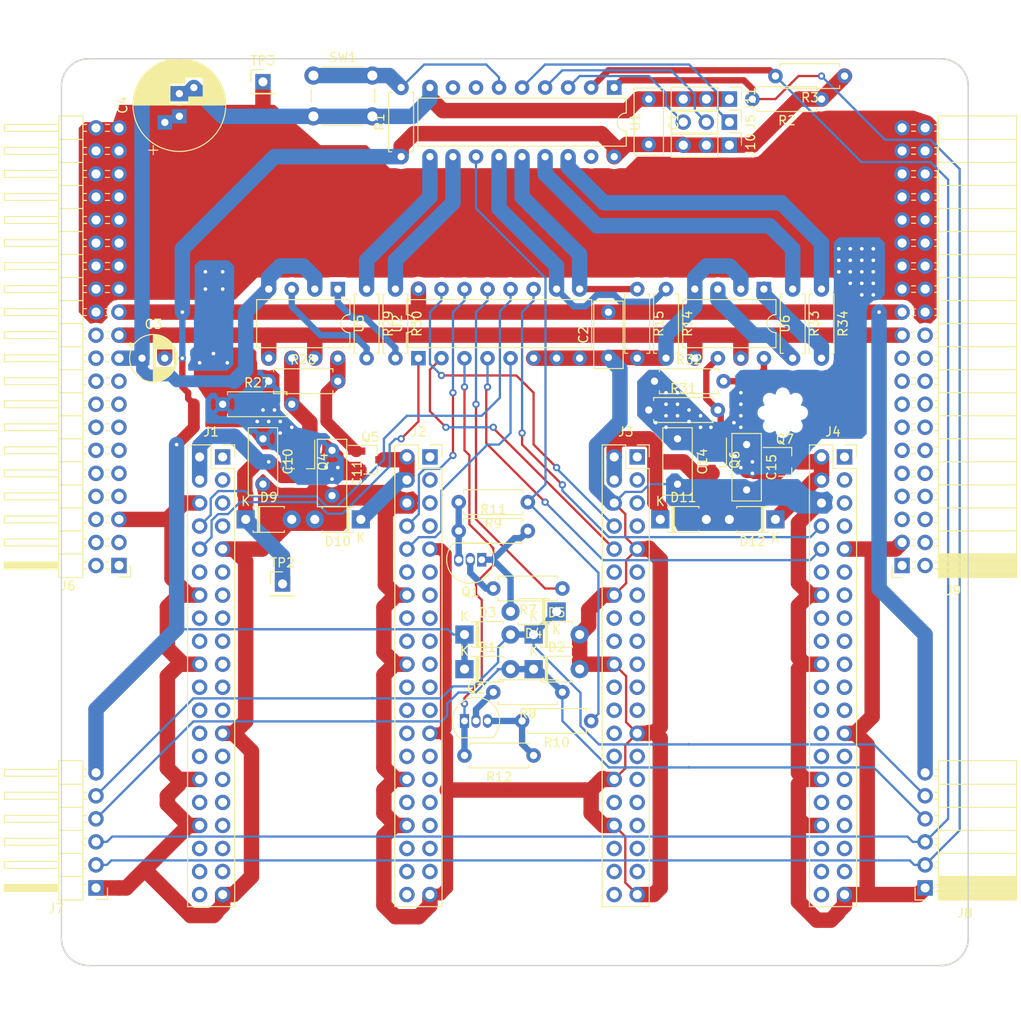
<source format=kicad_pcb>
(kicad_pcb (version 20171130) (host pcbnew "(5.0.0-3-g5ebb6b6)")
  (layers (0 F.Cu signal) (31 B.Cu signal) (34 B.Paste user) (35 F.Paste user) (36 B.SilkS user) (37 F.SilkS user) (38 B.Mask user) (39 F.Mask user) (44 Edge.Cuts user))
  (net 0 "")
  (net 1 +3V3)
  (net 2 SCL)
  (net 3 "Net-(R34-Pad2)")
  (net 4 SLV4)
  (net 5 SLV3)
  (net 6 "Net-(R33-Pad2)")
  (net 7 "Net-(Q7-Pad1)")
  (net 8 +5V)
  (net 9 "Net-(Q6-Pad1)")
  (net 10 "Net-(R30-Pad2)")
  (net 11 SLV2)
  (net 12 SLV1)
  (net 13 "Net-(R29-Pad2)")
  (net 14 "Net-(Q5-Pad1)")
  (net 15 "Net-(Q4-Pad1)")
  (net 16 GND)
  (net 17 /MUX_B)
  (net 18 /MUX_A)
  (net 19 /TXD_SLV)
  (net 20 "Net-(Q2-Pad3)")
  (net 21 "Net-(Q1-Pad3)")
  (net 22 "Net-(D4-Pad2)")
  (net 23 /SER_EN)
  (net 24 "Net-(Q2-Pad2)")
  (net 25 RXD)
  (net 26 /RXD_SLV)
  (net 27 "Net-(Q1-Pad2)")
  (net 28 "Net-(J5-Pad3)")
  (net 29 "Net-(J5-Pad1)")
  (net 30 SDA)
  (net 31 "Net-(R1-Pad2)")
  (net 32 5V_SLV4)
  (net 33 5V_SLV3)
  (net 34 5V_SLV2)
  (net 35 5V_SLV1)
  (net 36 VEE)
  (net 37 /RXD1)
  (net 38 /RXD3)
  (net 39 /TXD4)
  (net 40 /RXD4)
  (net 41 /TXD1)
  (net 42 /RXD2)
  (net 43 /TXD2)
  (net 44 /TXD3)
  (net 45 TXD)
  (net 46 "Net-(J5-Pad2)")
  (module MountingHole:MountingHole_2.7mm_M2.5_Pad_Via (layer F.Cu) (at 130.35 89.84)
    (fp_text reference REF** hide)
    (fp_text value MountingHole_2.7mm_M2.5_Pad_Via)
    (pad "" np_thru_hole circle (at 0 0) (size 2.7 2.7) (drill 2.7) (layers *.Cu *.Mask))
    (pad "" np_thru_hole circle (at 2.025 0) (size 0.5 0.5) (drill 0.5) (layers *.Cu *.Mask))
    (pad "" np_thru_hole circle (at 1.431891 1.431891) (size 0.5 0.5) (drill 0.5) (layers *.Cu *.Mask))
    (pad "" np_thru_hole circle (at 0 2.025) (size 0.5 0.5) (drill 0.5) (layers *.Cu *.Mask))
    (pad "" np_thru_hole circle (at -1.431891 1.431891) (size 0.5 0.5) (drill 0.5) (layers *.Cu *.Mask))
    (pad "" np_thru_hole circle (at -2.025 0) (size 0.5 0.5) (drill 0.5) (layers *.Cu *.Mask))
    (pad "" np_thru_hole circle (at -1.431891 -1.431891) (size 0.5 0.5) (drill 0.5) (layers *.Cu *.Mask))
    (pad "" np_thru_hole circle (at 0 -2.025) (size 0.5 0.5) (drill 0.5) (layers *.Cu *.Mask))
    (pad "" np_thru_hole circle (at 1.431891 -1.431891) (size 0.5 0.5) (drill 0.5) (layers *.Cu *.Mask))
  )
  (module MountingHole:MountingHole_2.7mm_M2.5_Pad_Via (layer F.Cu) (at 130.35 147.84)
    (fp_text reference REF** hide)
    (fp_text value MountingHole_2.7mm_M2.5_Pad_Via)
    (pad "" np_thru_hole circle (at 1.431891 -1.431891) (size 0.5 0.5) (drill 0.5) (layers *.Cu *.Mask))
    (pad "" np_thru_hole circle (at 0 -2.025) (size 0.5 0.5) (drill 0.5) (layers *.Cu *.Mask))
    (pad "" np_thru_hole circle (at -1.431891 -1.431891) (size 0.5 0.5) (drill 0.5) (layers *.Cu *.Mask))
    (pad "" np_thru_hole circle (at -2.025 0) (size 0.5 0.5) (drill 0.5) (layers *.Cu *.Mask))
    (pad "" np_thru_hole circle (at -1.431891 1.431891) (size 0.5 0.5) (drill 0.5) (layers *.Cu *.Mask))
    (pad "" np_thru_hole circle (at 0 2.025) (size 0.5 0.5) (drill 0.5) (layers *.Cu *.Mask))
    (pad "" np_thru_hole circle (at 1.431891 1.431891) (size 0.5 0.5) (drill 0.5) (layers *.Cu *.Mask))
    (pad "" np_thru_hole circle (at 2.025 0) (size 0.5 0.5) (drill 0.5) (layers *.Cu *.Mask))
    (pad "" np_thru_hole circle (at 0 0) (size 2.7 2.7) (drill 2.7) (layers *.Cu *.Mask))
  )
  (module MountingHole:MountingHole_2.7mm_M2.5 (layer F.Cu) (at 130.35 89.84)
    (fp_text reference REF** hide)
    (fp_text value MountingHole_2.7mm_M2.5)
  )
  (module MountingHole:MountingHole_2.7mm_M2.5 (layer F.Cu) (at 130.35 147.84)
    (fp_text reference REF** hide)
    (fp_text value MountingHole_2.7mm_M2.5)
  )
  (module MountingHole:MountingHole_2.7mm_M2.5 (layer F.Cu) (at 107.49 147.84)
    (fp_text reference REF** hide)
    (fp_text value MountingHole_2.7mm_M2.5)
  )
  (module MountingHole:MountingHole_2.7mm_M2.5_Pad_Via (layer F.Cu) (at 107.49 147.84)
    (fp_text reference REF** hide)
    (fp_text value MountingHole_2.7mm_M2.5_Pad_Via)
    (pad "" np_thru_hole circle (at 0 0) (size 2.7 2.7) (drill 2.7) (layers *.Cu *.Mask))
    (pad "" np_thru_hole circle (at 2.025 0) (size 0.5 0.5) (drill 0.5) (layers *.Cu *.Mask))
    (pad "" np_thru_hole circle (at 1.431891 1.431891) (size 0.5 0.5) (drill 0.5) (layers *.Cu *.Mask))
    (pad "" np_thru_hole circle (at 0 2.025) (size 0.5 0.5) (drill 0.5) (layers *.Cu *.Mask))
    (pad "" np_thru_hole circle (at -1.431891 1.431891) (size 0.5 0.5) (drill 0.5) (layers *.Cu *.Mask))
    (pad "" np_thru_hole circle (at -2.025 0) (size 0.5 0.5) (drill 0.5) (layers *.Cu *.Mask))
    (pad "" np_thru_hole circle (at -1.431891 -1.431891) (size 0.5 0.5) (drill 0.5) (layers *.Cu *.Mask))
    (pad "" np_thru_hole circle (at 0 -2.025) (size 0.5 0.5) (drill 0.5) (layers *.Cu *.Mask))
    (pad "" np_thru_hole circle (at 1.431891 -1.431891) (size 0.5 0.5) (drill 0.5) (layers *.Cu *.Mask))
  )
  (module MountingHole:MountingHole_2.7mm_M2.5 (layer F.Cu) (at 107.49 89.84)
    (fp_text reference REF** hide)
    (fp_text value MountingHole_2.7mm_M2.5)
  )
  (module MountingHole:MountingHole_2.7mm_M2.5_Pad_Via (layer F.Cu) (at 107.49 89.84)
    (fp_text reference REF** hide)
    (fp_text value MountingHole_2.7mm_M2.5_Pad_Via)
    (pad "" np_thru_hole circle (at 1.431891 -1.431891) (size 0.5 0.5) (drill 0.5) (layers *.Cu *.Mask))
    (pad "" np_thru_hole circle (at 0 -2.025) (size 0.5 0.5) (drill 0.5) (layers *.Cu *.Mask))
    (pad "" np_thru_hole circle (at -1.431891 -1.431891) (size 0.5 0.5) (drill 0.5) (layers *.Cu *.Mask))
    (pad "" np_thru_hole circle (at -2.025 0) (size 0.5 0.5) (drill 0.5) (layers *.Cu *.Mask))
    (pad "" np_thru_hole circle (at -1.431891 1.431891) (size 0.5 0.5) (drill 0.5) (layers *.Cu *.Mask))
    (pad "" np_thru_hole circle (at 0 2.025) (size 0.5 0.5) (drill 0.5) (layers *.Cu *.Mask))
    (pad "" np_thru_hole circle (at 1.431891 1.431891) (size 0.5 0.5) (drill 0.5) (layers *.Cu *.Mask))
    (pad "" np_thru_hole circle (at 2.025 0) (size 0.5 0.5) (drill 0.5) (layers *.Cu *.Mask))
    (pad "" np_thru_hole circle (at 0 0) (size 2.7 2.7) (drill 2.7) (layers *.Cu *.Mask))
  )
  (module MountingHole:MountingHole_2.7mm_M2.5 (layer F.Cu) (at 84.63 147.84)
    (fp_text reference REF** hide)
    (fp_text value MountingHole_2.7mm_M2.5)
  )
  (module MountingHole:MountingHole_2.7mm_M2.5_Pad_Via (layer F.Cu) (at 84.63 147.84)
    (fp_text reference REF** hide)
    (fp_text value MountingHole_2.7mm_M2.5_Pad_Via)
    (pad "" np_thru_hole circle (at 1.431891 -1.431891) (size 0.5 0.5) (drill 0.5) (layers *.Cu *.Mask))
    (pad "" np_thru_hole circle (at 0 -2.025) (size 0.5 0.5) (drill 0.5) (layers *.Cu *.Mask))
    (pad "" np_thru_hole circle (at -1.431891 -1.431891) (size 0.5 0.5) (drill 0.5) (layers *.Cu *.Mask))
    (pad "" np_thru_hole circle (at -2.025 0) (size 0.5 0.5) (drill 0.5) (layers *.Cu *.Mask))
    (pad "" np_thru_hole circle (at -1.431891 1.431891) (size 0.5 0.5) (drill 0.5) (layers *.Cu *.Mask))
    (pad "" np_thru_hole circle (at 0 2.025) (size 0.5 0.5) (drill 0.5) (layers *.Cu *.Mask))
    (pad "" np_thru_hole circle (at 1.431891 1.431891) (size 0.5 0.5) (drill 0.5) (layers *.Cu *.Mask))
    (pad "" np_thru_hole circle (at 2.025 0) (size 0.5 0.5) (drill 0.5) (layers *.Cu *.Mask))
    (pad "" np_thru_hole circle (at 0 0) (size 2.7 2.7) (drill 2.7) (layers *.Cu *.Mask))
  )
  (module MountingHole:MountingHole_2.7mm_M2.5_Pad_Via (layer F.Cu) (at 84.63 89.84)
    (fp_text reference REF** hide)
    (fp_text value MountingHole_2.7mm_M2.5_Pad_Via)
    (pad "" np_thru_hole circle (at 0 0) (size 2.7 2.7) (drill 2.7) (layers *.Cu *.Mask))
    (pad "" np_thru_hole circle (at 2.025 0) (size 0.5 0.5) (drill 0.5) (layers *.Cu *.Mask))
    (pad "" np_thru_hole circle (at 1.431891 1.431891) (size 0.5 0.5) (drill 0.5) (layers *.Cu *.Mask))
    (pad "" np_thru_hole circle (at 0 2.025) (size 0.5 0.5) (drill 0.5) (layers *.Cu *.Mask))
    (pad "" np_thru_hole circle (at -1.431891 1.431891) (size 0.5 0.5) (drill 0.5) (layers *.Cu *.Mask))
    (pad "" np_thru_hole circle (at -2.025 0) (size 0.5 0.5) (drill 0.5) (layers *.Cu *.Mask))
    (pad "" np_thru_hole circle (at -1.431891 -1.431891) (size 0.5 0.5) (drill 0.5) (layers *.Cu *.Mask))
    (pad "" np_thru_hole circle (at 0 -2.025) (size 0.5 0.5) (drill 0.5) (layers *.Cu *.Mask))
    (pad "" np_thru_hole circle (at 1.431891 -1.431891) (size 0.5 0.5) (drill 0.5) (layers *.Cu *.Mask))
  )
  (module MountingHole:MountingHole_2.7mm_M2.5 (layer F.Cu) (at 84.63 89.84)
    (fp_text reference REF** hide)
    (fp_text value MountingHole_2.7mm_M2.5)
  )
  (module MountingHole:MountingHole_2.7mm_M2.5_Pad_Via (layer F.Cu) (at 61.77 89.84)
    (fp_text reference REF** hide)
    (fp_text value MountingHole_2.7mm_M2.5_Pad_Via)
    (pad "" np_thru_hole circle (at 0 0) (size 2.7 2.7) (drill 2.7) (layers *.Cu *.Mask))
    (pad "" np_thru_hole circle (at 2.025 0) (size 0.5 0.5) (drill 0.5) (layers *.Cu *.Mask))
    (pad "" np_thru_hole circle (at 1.431891 1.431891) (size 0.5 0.5) (drill 0.5) (layers *.Cu *.Mask))
    (pad "" np_thru_hole circle (at 0 2.025) (size 0.5 0.5) (drill 0.5) (layers *.Cu *.Mask))
    (pad "" np_thru_hole circle (at -1.431891 1.431891) (size 0.5 0.5) (drill 0.5) (layers *.Cu *.Mask))
    (pad "" np_thru_hole circle (at -2.025 0) (size 0.5 0.5) (drill 0.5) (layers *.Cu *.Mask))
    (pad "" np_thru_hole circle (at -1.431891 -1.431891) (size 0.5 0.5) (drill 0.5) (layers *.Cu *.Mask))
    (pad "" np_thru_hole circle (at 0 -2.025) (size 0.5 0.5) (drill 0.5) (layers *.Cu *.Mask))
    (pad "" np_thru_hole circle (at 1.431891 -1.431891) (size 0.5 0.5) (drill 0.5) (layers *.Cu *.Mask))
  )
  (module MountingHole:MountingHole_2.7mm_M2.5 (layer F.Cu) (at 61.77 89.84)
    (fp_text reference REF** hide)
    (fp_text value MountingHole_2.7mm_M2.5)
  )
  (module MountingHole:MountingHole_3.2mm_M3 (layer F.Cu) (at 53.8 147.8 270)
    (fp_text reference REF** hide)
    (fp_text value MountingHole_3.2mm_M3)
    (pad 1 np_thru_hole circle (at 0 0 270) (size 3.2 3.2) (drill 3.2) (layers *.Cu *.Mask))
  )
  (module MountingHole:MountingHole_3.2mm_M3 (layer F.Cu) (at 53.8 147.8 270)
    (fp_text reference REF** hide)
    (fp_text value MountingHole_3.2mm_M3)
  )
  (module MountingHole:MountingHole_3.2mm_M3 (layer F.Cu) (at 147.8 147.8 270)
    (fp_text reference REF** hide)
    (fp_text value MountingHole_3.2mm_M3)
  )
  (module MountingHole:MountingHole_3.2mm_M3 (layer F.Cu) (at 147.8 147.8 270)
    (fp_text reference REF** hide)
    (fp_text value MountingHole_3.2mm_M3)
    (pad 1 np_thru_hole circle (at 0 0 270) (size 3.2 3.2) (drill 3.2) (layers *.Cu *.Mask))
  )
  (module MountingHole:MountingHole_3.2mm_M3 (layer F.Cu) (at 147.8 53.8 270)
    (fp_text reference REF** hide)
    (fp_text value MountingHole_3.2mm_M3)
  )
  (module MountingHole:MountingHole_3.2mm_M3 (layer F.Cu) (at 147.8 53.8 270)
    (fp_text reference REF** hide)
    (fp_text value MountingHole_3.2mm_M3)
    (pad 1 np_thru_hole circle (at 0 0 270) (size 3.2 3.2) (drill 3.2) (layers *.Cu *.Mask))
  )
  (module Connector_PinHeader_2.54mm:PinHeader_2x20_P2.54mm_Horizontal (layer F.Cu) (at 57.15 106.68 180)
    (fp_text reference J6 (at 5.655 -2.27 180) (layer F.SilkS))
    (fp_text value Power_header)
    (pad 1 thru_hole rect (at 0 0 180) (size 1.7 1.7) (drill 1) (layers *.Cu *.Mask) (net 16 GND))
    (pad 2 thru_hole oval (at 2.54 0 180) (size 1.7 1.7) (drill 1) (layers *.Cu *.Mask) (net 16 GND))
    (pad 3 thru_hole oval (at 0 2.54 180) (size 1.7 1.7) (drill 1) (layers *.Cu *.Mask) (net 16 GND))
    (pad 4 thru_hole oval (at 2.54 2.54 180) (size 1.7 1.7) (drill 1) (layers *.Cu *.Mask) (net 16 GND))
    (pad 5 thru_hole oval (at 0 5.08 180) (size 1.7 1.7) (drill 1) (layers *.Cu *.Mask) (net 16 GND))
    (pad 6 thru_hole oval (at 2.54 5.08 180) (size 1.7 1.7) (drill 1) (layers *.Cu *.Mask) (net 16 GND))
    (pad 7 thru_hole oval (at 0 7.62 180) (size 1.7 1.7) (drill 1) (layers *.Cu *.Mask) (net 16 GND))
    (pad 8 thru_hole oval (at 2.54 7.62 180) (size 1.7 1.7) (drill 1) (layers *.Cu *.Mask) (net 16 GND))
    (pad 9 thru_hole oval (at 0 10.16 180) (size 1.7 1.7) (drill 1) (layers *.Cu *.Mask) (net 16 GND))
    (pad 10 thru_hole oval (at 2.54 10.16 180) (size 1.7 1.7) (drill 1) (layers *.Cu *.Mask) (net 16 GND))
    (pad 11 thru_hole oval (at 0 12.7 180) (size 1.7 1.7) (drill 1) (layers *.Cu *.Mask) (net 16 GND))
    (pad 12 thru_hole oval (at 2.54 12.7 180) (size 1.7 1.7) (drill 1) (layers *.Cu *.Mask) (net 16 GND))
    (pad 13 thru_hole oval (at 0 15.24 180) (size 1.7 1.7) (drill 1) (layers *.Cu *.Mask) (net 16 GND))
    (pad 14 thru_hole oval (at 2.54 15.24 180) (size 1.7 1.7) (drill 1) (layers *.Cu *.Mask) (net 16 GND))
    (pad 15 thru_hole oval (at 0 17.78 180) (size 1.7 1.7) (drill 1) (layers *.Cu *.Mask) (net 16 GND))
    (pad 16 thru_hole oval (at 2.54 17.78 180) (size 1.7 1.7) (drill 1) (layers *.Cu *.Mask) (net 16 GND))
    (pad 17 thru_hole oval (at 0 20.32 180) (size 1.7 1.7) (drill 1) (layers *.Cu *.Mask) (net 16 GND))
    (pad 18 thru_hole oval (at 2.54 20.32 180) (size 1.7 1.7) (drill 1) (layers *.Cu *.Mask) (net 16 GND))
    (pad 19 thru_hole oval (at 0 22.86 180) (size 1.7 1.7) (drill 1) (layers *.Cu *.Mask) (net 16 GND))
    (pad 20 thru_hole oval (at 2.54 22.86 180) (size 1.7 1.7) (drill 1) (layers *.Cu *.Mask) (net 16 GND))
    (pad 21 thru_hole oval (at 0 25.4 180) (size 1.7 1.7) (drill 1) (layers *.Cu *.Mask) (net 36 VEE))
    (pad 22 thru_hole oval (at 2.54 25.4 180) (size 1.7 1.7) (drill 1) (layers *.Cu *.Mask) (net 16 GND))
    (pad 23 thru_hole oval (at 0 27.94 180) (size 1.7 1.7) (drill 1) (layers *.Cu *.Mask) (net 1 +3V3))
    (pad 24 thru_hole oval (at 2.54 27.94 180) (size 1.7 1.7) (drill 1) (layers *.Cu *.Mask) (net 8 +5V))
    (pad 25 thru_hole oval (at 0 30.48 180) (size 1.7 1.7) (drill 1) (layers *.Cu *.Mask) (net 8 +5V))
    (pad 26 thru_hole oval (at 2.54 30.48 180) (size 1.7 1.7) (drill 1) (layers *.Cu *.Mask) (net 8 +5V))
    (pad 27 thru_hole oval (at 0 33.02 180) (size 1.7 1.7) (drill 1) (layers *.Cu *.Mask) (net 8 +5V))
    (pad 28 thru_hole oval (at 2.54 33.02 180) (size 1.7 1.7) (drill 1) (layers *.Cu *.Mask) (net 8 +5V))
    (pad 29 thru_hole oval (at 0 35.56 180) (size 1.7 1.7) (drill 1) (layers *.Cu *.Mask) (net 8 +5V))
    (pad 30 thru_hole oval (at 2.54 35.56 180) (size 1.7 1.7) (drill 1) (layers *.Cu *.Mask) (net 8 +5V))
    (pad 31 thru_hole oval (at 0 38.1 180) (size 1.7 1.7) (drill 1) (layers *.Cu *.Mask) (net 8 +5V))
    (pad 32 thru_hole oval (at 2.54 38.1 180) (size 1.7 1.7) (drill 1) (layers *.Cu *.Mask) (net 8 +5V))
    (pad 33 thru_hole oval (at 0 40.64 180) (size 1.7 1.7) (drill 1) (layers *.Cu *.Mask) (net 8 +5V))
    (pad 34 thru_hole oval (at 2.54 40.64 180) (size 1.7 1.7) (drill 1) (layers *.Cu *.Mask) (net 8 +5V))
    (pad 35 thru_hole oval (at 0 43.18 180) (size 1.7 1.7) (drill 1) (layers *.Cu *.Mask) (net 8 +5V))
    (pad 36 thru_hole oval (at 2.54 43.18 180) (size 1.7 1.7) (drill 1) (layers *.Cu *.Mask) (net 8 +5V))
    (pad 37 thru_hole oval (at 0 45.72 180) (size 1.7 1.7) (drill 1) (layers *.Cu *.Mask) (net 8 +5V))
    (pad 38 thru_hole oval (at 2.54 45.72 180) (size 1.7 1.7) (drill 1) (layers *.Cu *.Mask) (net 8 +5V))
    (pad 39 thru_hole oval (at 0 48.26 180) (size 1.7 1.7) (drill 1) (layers *.Cu *.Mask) (net 8 +5V))
    (pad 40 thru_hole oval (at 2.54 48.26 180) (size 1.7 1.7) (drill 1) (layers *.Cu *.Mask) (net 8 +5V))
  )
  (module Connector_PinHeader_2.54mm:PinHeader_1x06_P2.54mm_Horizontal (layer F.Cu) (at 54.61 142.24 180)
    (fp_text reference J7 (at 4.385 -2.27 180) (layer F.SilkS))
    (fp_text value Signal_header)
    (pad 1 thru_hole rect (at 0 0 180) (size 1.7 1.7) (drill 1) (layers *.Cu *.Mask) (net 16 GND))
    (pad 2 thru_hole oval (at 0 2.54 180) (size 1.7 1.7) (drill 1) (layers *.Cu *.Mask) (net 2 SCL))
    (pad 3 thru_hole oval (at 0 5.08 180) (size 1.7 1.7) (drill 1) (layers *.Cu *.Mask) (net 30 SDA))
    (pad 4 thru_hole oval (at 0 7.62 180) (size 1.7 1.7) (drill 1) (layers *.Cu *.Mask) (net 25 RXD))
    (pad 5 thru_hole oval (at 0 10.16 180) (size 1.7 1.7) (drill 1) (layers *.Cu *.Mask) (net 45 TXD))
    (pad 6 thru_hole oval (at 0 12.7 180) (size 1.7 1.7) (drill 1) (layers *.Cu *.Mask) (net 1 +3V3))
  )
  (module Connector_PinSocket_2.54mm:PinSocket_1x06_P2.54mm_Horizontal (layer F.Cu) (at 146.05 142.24 180)
    (fp_text reference J8 (at -4.38 -2.77 180) (layer F.SilkS))
    (fp_text value Signal_socket)
    (pad 1 thru_hole rect (at 0 0 180) (size 1.7 1.7) (drill 1) (layers *.Cu *.Mask) (net 16 GND))
    (pad 2 thru_hole oval (at 0 2.54 180) (size 1.7 1.7) (drill 1) (layers *.Cu *.Mask) (net 2 SCL))
    (pad 3 thru_hole oval (at 0 5.08 180) (size 1.7 1.7) (drill 1) (layers *.Cu *.Mask) (net 30 SDA))
    (pad 4 thru_hole oval (at 0 7.62 180) (size 1.7 1.7) (drill 1) (layers *.Cu *.Mask) (net 25 RXD))
    (pad 5 thru_hole oval (at 0 10.16 180) (size 1.7 1.7) (drill 1) (layers *.Cu *.Mask) (net 45 TXD))
    (pad 6 thru_hole oval (at 0 12.7 180) (size 1.7 1.7) (drill 1) (layers *.Cu *.Mask) (net 1 +3V3))
  )
  (module Connector_PinSocket_2.54mm:PinSocket_2x20_P2.54mm_Horizontal (layer F.Cu) (at 143.51 106.68 180)
    (fp_text reference J9 (at -5.65 -2.77 180) (layer F.SilkS))
    (fp_text value Power_socket)
    (pad 1 thru_hole rect (at 0 0 180) (size 1.7 1.7) (drill 1) (layers *.Cu *.Mask) (net 16 GND))
    (pad 2 thru_hole oval (at -2.54 0 180) (size 1.7 1.7) (drill 1) (layers *.Cu *.Mask) (net 16 GND))
    (pad 3 thru_hole oval (at 0 2.54 180) (size 1.7 1.7) (drill 1) (layers *.Cu *.Mask) (net 16 GND))
    (pad 4 thru_hole oval (at -2.54 2.54 180) (size 1.7 1.7) (drill 1) (layers *.Cu *.Mask) (net 16 GND))
    (pad 5 thru_hole oval (at 0 5.08 180) (size 1.7 1.7) (drill 1) (layers *.Cu *.Mask) (net 16 GND))
    (pad 6 thru_hole oval (at -2.54 5.08 180) (size 1.7 1.7) (drill 1) (layers *.Cu *.Mask) (net 16 GND))
    (pad 7 thru_hole oval (at 0 7.62 180) (size 1.7 1.7) (drill 1) (layers *.Cu *.Mask) (net 16 GND))
    (pad 8 thru_hole oval (at -2.54 7.62 180) (size 1.7 1.7) (drill 1) (layers *.Cu *.Mask) (net 16 GND))
    (pad 9 thru_hole oval (at 0 10.16 180) (size 1.7 1.7) (drill 1) (layers *.Cu *.Mask) (net 16 GND))
    (pad 10 thru_hole oval (at -2.54 10.16 180) (size 1.7 1.7) (drill 1) (layers *.Cu *.Mask) (net 16 GND))
    (pad 11 thru_hole oval (at 0 12.7 180) (size 1.7 1.7) (drill 1) (layers *.Cu *.Mask) (net 16 GND))
    (pad 12 thru_hole oval (at -2.54 12.7 180) (size 1.7 1.7) (drill 1) (layers *.Cu *.Mask) (net 16 GND))
    (pad 13 thru_hole oval (at 0 15.24 180) (size 1.7 1.7) (drill 1) (layers *.Cu *.Mask) (net 16 GND))
    (pad 14 thru_hole oval (at -2.54 15.24 180) (size 1.7 1.7) (drill 1) (layers *.Cu *.Mask) (net 16 GND))
    (pad 15 thru_hole oval (at 0 17.78 180) (size 1.7 1.7) (drill 1) (layers *.Cu *.Mask) (net 16 GND))
    (pad 16 thru_hole oval (at -2.54 17.78 180) (size 1.7 1.7) (drill 1) (layers *.Cu *.Mask) (net 16 GND))
    (pad 17 thru_hole oval (at 0 20.32 180) (size 1.7 1.7) (drill 1) (layers *.Cu *.Mask) (net 16 GND))
    (pad 18 thru_hole oval (at -2.54 20.32 180) (size 1.7 1.7) (drill 1) (layers *.Cu *.Mask) (net 16 GND))
    (pad 19 thru_hole oval (at 0 22.86 180) (size 1.7 1.7) (drill 1) (layers *.Cu *.Mask) (net 16 GND))
    (pad 20 thru_hole oval (at -2.54 22.86 180) (size 1.7 1.7) (drill 1) (layers *.Cu *.Mask) (net 16 GND))
    (pad 21 thru_hole oval (at 0 25.4 180) (size 1.7 1.7) (drill 1) (layers *.Cu *.Mask) (net 36 VEE))
    (pad 22 thru_hole oval (at -2.54 25.4 180) (size 1.7 1.7) (drill 1) (layers *.Cu *.Mask) (net 16 GND))
    (pad 23 thru_hole oval (at 0 27.94 180) (size 1.7 1.7) (drill 1) (layers *.Cu *.Mask) (net 1 +3V3))
    (pad 24 thru_hole oval (at -2.54 27.94 180) (size 1.7 1.7) (drill 1) (layers *.Cu *.Mask) (net 8 +5V))
    (pad 25 thru_hole oval (at 0 30.48 180) (size 1.7 1.7) (drill 1) (layers *.Cu *.Mask) (net 8 +5V))
    (pad 26 thru_hole oval (at -2.54 30.48 180) (size 1.7 1.7) (drill 1) (layers *.Cu *.Mask) (net 8 +5V))
    (pad 27 thru_hole oval (at 0 33.02 180) (size 1.7 1.7) (drill 1) (layers *.Cu *.Mask) (net 8 +5V))
    (pad 28 thru_hole oval (at -2.54 33.02 180) (size 1.7 1.7) (drill 1) (layers *.Cu *.Mask) (net 8 +5V))
    (pad 29 thru_hole oval (at 0 35.56 180) (size 1.7 1.7) (drill 1) (layers *.Cu *.Mask) (net 8 +5V))
    (pad 30 thru_hole oval (at -2.54 35.56 180) (size 1.7 1.7) (drill 1) (layers *.Cu *.Mask) (net 8 +5V))
    (pad 31 thru_hole oval (at 0 38.1 180) (size 1.7 1.7) (drill 1) (layers *.Cu *.Mask) (net 8 +5V))
    (pad 32 thru_hole oval (at -2.54 38.1 180) (size 1.7 1.7) (drill 1) (layers *.Cu *.Mask) (net 8 +5V))
    (pad 33 thru_hole oval (at 0 40.64 180) (size 1.7 1.7) (drill 1) (layers *.Cu *.Mask) (net 8 +5V))
    (pad 34 thru_hole oval (at -2.54 40.64 180) (size 1.7 1.7) (drill 1) (layers *.Cu *.Mask) (net 8 +5V))
    (pad 35 thru_hole oval (at 0 43.18 180) (size 1.7 1.7) (drill 1) (layers *.Cu *.Mask) (net 8 +5V))
    (pad 36 thru_hole oval (at -2.54 43.18 180) (size 1.7 1.7) (drill 1) (layers *.Cu *.Mask) (net 8 +5V))
    (pad 37 thru_hole oval (at 0 45.72 180) (size 1.7 1.7) (drill 1) (layers *.Cu *.Mask) (net 8 +5V))
    (pad 38 thru_hole oval (at -2.54 45.72 180) (size 1.7 1.7) (drill 1) (layers *.Cu *.Mask) (net 8 +5V))
    (pad 39 thru_hole oval (at 0 48.26 180) (size 1.7 1.7) (drill 1) (layers *.Cu *.Mask) (net 8 +5V))
    (pad 40 thru_hole oval (at -2.54 48.26 180) (size 1.7 1.7) (drill 1) (layers *.Cu *.Mask) (net 8 +5V))
  )
  (module Button_Switch_THT:SW_PUSH_6mm (layer F.Cu) (at 78.59 52.65)
    (fp_text reference SW1 (at 3.25 -2) (layer F.SilkS))
    (fp_text value Reset)
    (pad 2 thru_hole circle (at 0 4.5 90) (size 2 2) (drill 1.1) (layers *.Cu *.Mask) (net 16 GND))
    (pad 1 thru_hole circle (at 0 0 90) (size 2 2) (drill 1.1) (layers *.Cu *.Mask) (net 31 "Net-(R1-Pad2)"))
    (pad 2 thru_hole circle (at 6.5 4.5 90) (size 2 2) (drill 1.1) (layers *.Cu *.Mask) (net 16 GND))
    (pad 1 thru_hole circle (at 6.5 0 90) (size 2 2) (drill 1.1) (layers *.Cu *.Mask) (net 31 "Net-(R1-Pad2)"))
  )
  (module Capacitor_THT:CP_Radial_D10.0mm_P2.50mm_P5.00mm (layer F.Cu) (at 63.805 57.145937 90)
    (fp_text reference C4 (at 1.25 -6.25 90) (layer F.SilkS))
    (fp_text value 470u)
    (pad 1 thru_hole rect (at 0 0 90) (size 1.6 1.6) (drill 0.8) (layers *.Cu *.Mask) (net 8 +5V))
    (pad 2 thru_hole circle (at 2.5 0 90) (size 1.6 1.6) (drill 0.8) (layers *.Cu *.Mask) (net 16 GND))
    (pad 1 thru_hole rect (at -0.670937 -1.6 90) (size 1.6 1.6) (drill 0.8) (layers *.Cu *.Mask) (net 8 +5V))
    (pad 2 thru_hole circle (at 3.170937 1.6 90) (size 1.6 1.6) (drill 0.8) (layers *.Cu *.Mask) (net 16 GND))
  )
  (module Capacitor_THT:C_Rect_L7.2mm_W3.0mm_P5.00mm_FKS2_FKP2_MKS2_MKP2 (layer F.Cu) (at 115.57 55.245 270)
    (fp_text reference C1 (at 2.5 -2.75 270) (layer F.SilkS))
    (fp_text value 10u)
    (pad 2 thru_hole circle (at 5 0 270) (size 1.6 1.6) (drill 0.8) (layers *.Cu *.Mask) (net 1 +3V3))
    (pad 1 thru_hole circle (at 0 0 270) (size 1.6 1.6) (drill 0.8) (layers *.Cu *.Mask) (net 16 GND))
  )
  (module Capacitor_THT:C_Rect_L7.2mm_W3.0mm_P5.00mm_FKS2_FKP2_MKS2_MKP2 (layer F.Cu) (at 126.365 93.345 270)
    (fp_text reference C15 (at 2.5 -2.75 270) (layer F.SilkS))
    (fp_text value 10u)
    (pad 1 thru_hole circle (at 0 0 270) (size 1.6 1.6) (drill 0.8) (layers *.Cu *.Mask) (net 8 +5V))
    (pad 2 thru_hole circle (at 5 0 270) (size 1.6 1.6) (drill 0.8) (layers *.Cu *.Mask) (net 16 GND))
  )
  (module Capacitor_THT:C_Rect_L7.2mm_W3.0mm_P5.00mm_FKS2_FKP2_MKS2_MKP2 (layer F.Cu) (at 118.745 92.71 270)
    (fp_text reference C14 (at 2.5 -2.75 270) (layer F.SilkS))
    (fp_text value 10u)
    (pad 2 thru_hole circle (at 5 0 270) (size 1.6 1.6) (drill 0.8) (layers *.Cu *.Mask) (net 16 GND))
    (pad 1 thru_hole circle (at 0 0 270) (size 1.6 1.6) (drill 0.8) (layers *.Cu *.Mask) (net 8 +5V))
  )
  (module Capacitor_THT:C_Rect_L7.2mm_W3.0mm_P5.00mm_FKS2_FKP2_MKS2_MKP2 (layer F.Cu) (at 80.645 93.98 270)
    (fp_text reference C11 (at 2.5 -2.75 270) (layer F.SilkS))
    (fp_text value 10u)
    (pad 2 thru_hole circle (at 5 0 270) (size 1.6 1.6) (drill 0.8) (layers *.Cu *.Mask) (net 16 GND))
    (pad 1 thru_hole circle (at 0 0 270) (size 1.6 1.6) (drill 0.8) (layers *.Cu *.Mask) (net 8 +5V))
  )
  (module Capacitor_THT:C_Rect_L7.2mm_W3.0mm_P5.00mm_FKS2_FKP2_MKS2_MKP2 (layer F.Cu) (at 73.025 92.71 270)
    (fp_text reference C10 (at 2.5 -2.75 270) (layer F.SilkS))
    (fp_text value 10u)
    (pad 1 thru_hole circle (at 0 0 270) (size 1.6 1.6) (drill 0.8) (layers *.Cu *.Mask) (net 8 +5V))
    (pad 2 thru_hole circle (at 5 0 270) (size 1.6 1.6) (drill 0.8) (layers *.Cu *.Mask) (net 16 GND))
  )
  (module Capacitor_THT:C_Rect_L7.2mm_W3.0mm_P5.00mm_FKS2_FKP2_MKS2_MKP2 (layer F.Cu) (at 111.125 83.74 90)
    (fp_text reference C2 (at 2.5 -2.75 90) (layer F.SilkS))
    (fp_text value 10u)
    (pad 1 thru_hole circle (at 0 0 90) (size 1.6 1.6) (drill 0.8) (layers *.Cu *.Mask) (net 16 GND))
    (pad 2 thru_hole circle (at 5 0 90) (size 1.6 1.6) (drill 0.8) (layers *.Cu *.Mask) (net 1 +3V3))
  )
  (module Connector_PinSocket_2.54mm:PinSocket_2x20_P2.54mm_Vertical (layer F.Cu) (at 68.58 94.71)
    (fp_text reference J1 (at -1.27 -2.77) (layer F.SilkS))
    (fp_text value RPi_slave_1)
    (pad 40 thru_hole oval (at -2.54 48.26) (size 1.7 1.7) (drill 1) (layers *.Cu *.Mask))
    (pad 39 thru_hole oval (at 0 48.26) (size 1.7 1.7) (drill 1) (layers *.Cu *.Mask) (net 16 GND))
    (pad 38 thru_hole oval (at -2.54 45.72) (size 1.7 1.7) (drill 1) (layers *.Cu *.Mask))
    (pad 37 thru_hole oval (at 0 45.72) (size 1.7 1.7) (drill 1) (layers *.Cu *.Mask))
    (pad 36 thru_hole oval (at -2.54 43.18) (size 1.7 1.7) (drill 1) (layers *.Cu *.Mask))
    (pad 35 thru_hole oval (at 0 43.18) (size 1.7 1.7) (drill 1) (layers *.Cu *.Mask))
    (pad 34 thru_hole oval (at -2.54 40.64) (size 1.7 1.7) (drill 1) (layers *.Cu *.Mask) (net 16 GND))
    (pad 33 thru_hole oval (at 0 40.64) (size 1.7 1.7) (drill 1) (layers *.Cu *.Mask))
    (pad 32 thru_hole oval (at -2.54 38.1) (size 1.7 1.7) (drill 1) (layers *.Cu *.Mask))
    (pad 31 thru_hole oval (at 0 38.1) (size 1.7 1.7) (drill 1) (layers *.Cu *.Mask))
    (pad 30 thru_hole oval (at -2.54 35.56) (size 1.7 1.7) (drill 1) (layers *.Cu *.Mask) (net 16 GND))
    (pad 29 thru_hole oval (at 0 35.56) (size 1.7 1.7) (drill 1) (layers *.Cu *.Mask))
    (pad 28 thru_hole oval (at -2.54 33.02) (size 1.7 1.7) (drill 1) (layers *.Cu *.Mask))
    (pad 27 thru_hole oval (at 0 33.02) (size 1.7 1.7) (drill 1) (layers *.Cu *.Mask))
    (pad 26 thru_hole oval (at -2.54 30.48) (size 1.7 1.7) (drill 1) (layers *.Cu *.Mask))
    (pad 25 thru_hole oval (at 0 30.48) (size 1.7 1.7) (drill 1) (layers *.Cu *.Mask) (net 16 GND))
    (pad 24 thru_hole oval (at -2.54 27.94) (size 1.7 1.7) (drill 1) (layers *.Cu *.Mask))
    (pad 23 thru_hole oval (at 0 27.94) (size 1.7 1.7) (drill 1) (layers *.Cu *.Mask))
    (pad 22 thru_hole oval (at -2.54 25.4) (size 1.7 1.7) (drill 1) (layers *.Cu *.Mask))
    (pad 21 thru_hole oval (at 0 25.4) (size 1.7 1.7) (drill 1) (layers *.Cu *.Mask))
    (pad 20 thru_hole oval (at -2.54 22.86) (size 1.7 1.7) (drill 1) (layers *.Cu *.Mask) (net 16 GND))
    (pad 19 thru_hole oval (at 0 22.86) (size 1.7 1.7) (drill 1) (layers *.Cu *.Mask))
    (pad 18 thru_hole oval (at -2.54 20.32) (size 1.7 1.7) (drill 1) (layers *.Cu *.Mask))
    (pad 17 thru_hole oval (at 0 20.32) (size 1.7 1.7) (drill 1) (layers *.Cu *.Mask))
    (pad 16 thru_hole oval (at -2.54 17.78) (size 1.7 1.7) (drill 1) (layers *.Cu *.Mask))
    (pad 15 thru_hole oval (at 0 17.78) (size 1.7 1.7) (drill 1) (layers *.Cu *.Mask))
    (pad 14 thru_hole oval (at -2.54 15.24) (size 1.7 1.7) (drill 1) (layers *.Cu *.Mask) (net 16 GND))
    (pad 13 thru_hole oval (at 0 15.24) (size 1.7 1.7) (drill 1) (layers *.Cu *.Mask))
    (pad 12 thru_hole oval (at -2.54 12.7) (size 1.7 1.7) (drill 1) (layers *.Cu *.Mask))
    (pad 11 thru_hole oval (at 0 12.7) (size 1.7 1.7) (drill 1) (layers *.Cu *.Mask))
    (pad 10 thru_hole oval (at -2.54 10.16) (size 1.7 1.7) (drill 1) (layers *.Cu *.Mask) (net 37 /RXD1))
    (pad 9 thru_hole oval (at 0 10.16) (size 1.7 1.7) (drill 1) (layers *.Cu *.Mask) (net 16 GND))
    (pad 8 thru_hole oval (at -2.54 7.62) (size 1.7 1.7) (drill 1) (layers *.Cu *.Mask) (net 41 /TXD1))
    (pad 7 thru_hole oval (at 0 7.62) (size 1.7 1.7) (drill 1) (layers *.Cu *.Mask))
    (pad 6 thru_hole oval (at -2.54 5.08) (size 1.7 1.7) (drill 1) (layers *.Cu *.Mask) (net 16 GND))
    (pad 5 thru_hole oval (at 0 5.08) (size 1.7 1.7) (drill 1) (layers *.Cu *.Mask))
    (pad 4 thru_hole oval (at -2.54 2.54) (size 1.7 1.7) (drill 1) (layers *.Cu *.Mask) (net 35 5V_SLV1))
    (pad 3 thru_hole oval (at 0 2.54) (size 1.7 1.7) (drill 1) (layers *.Cu *.Mask))
    (pad 2 thru_hole oval (at -2.54 0) (size 1.7 1.7) (drill 1) (layers *.Cu *.Mask) (net 35 5V_SLV1))
    (pad 1 thru_hole rect (at 0 0) (size 1.7 1.7) (drill 1) (layers *.Cu *.Mask))
  )
  (module Connector_PinSocket_2.54mm:PinSocket_2x20_P2.54mm_Vertical (layer F.Cu) (at 91.44 94.71)
    (fp_text reference J2 (at -1.27 -2.77) (layer F.SilkS))
    (fp_text value RPi_slave_2)
    (pad 1 thru_hole rect (at 0 0) (size 1.7 1.7) (drill 1) (layers *.Cu *.Mask))
    (pad 2 thru_hole oval (at -2.54 0) (size 1.7 1.7) (drill 1) (layers *.Cu *.Mask) (net 34 5V_SLV2))
    (pad 3 thru_hole oval (at 0 2.54) (size 1.7 1.7) (drill 1) (layers *.Cu *.Mask))
    (pad 4 thru_hole oval (at -2.54 2.54) (size 1.7 1.7) (drill 1) (layers *.Cu *.Mask) (net 34 5V_SLV2))
    (pad 5 thru_hole oval (at 0 5.08) (size 1.7 1.7) (drill 1) (layers *.Cu *.Mask))
    (pad 6 thru_hole oval (at -2.54 5.08) (size 1.7 1.7) (drill 1) (layers *.Cu *.Mask) (net 16 GND))
    (pad 7 thru_hole oval (at 0 7.62) (size 1.7 1.7) (drill 1) (layers *.Cu *.Mask))
    (pad 8 thru_hole oval (at -2.54 7.62) (size 1.7 1.7) (drill 1) (layers *.Cu *.Mask) (net 43 /TXD2))
    (pad 9 thru_hole oval (at 0 10.16) (size 1.7 1.7) (drill 1) (layers *.Cu *.Mask) (net 16 GND))
    (pad 10 thru_hole oval (at -2.54 10.16) (size 1.7 1.7) (drill 1) (layers *.Cu *.Mask) (net 42 /RXD2))
    (pad 11 thru_hole oval (at 0 12.7) (size 1.7 1.7) (drill 1) (layers *.Cu *.Mask))
    (pad 12 thru_hole oval (at -2.54 12.7) (size 1.7 1.7) (drill 1) (layers *.Cu *.Mask))
    (pad 13 thru_hole oval (at 0 15.24) (size 1.7 1.7) (drill 1) (layers *.Cu *.Mask))
    (pad 14 thru_hole oval (at -2.54 15.24) (size 1.7 1.7) (drill 1) (layers *.Cu *.Mask) (net 16 GND))
    (pad 15 thru_hole oval (at 0 17.78) (size 1.7 1.7) (drill 1) (layers *.Cu *.Mask))
    (pad 16 thru_hole oval (at -2.54 17.78) (size 1.7 1.7) (drill 1) (layers *.Cu *.Mask))
    (pad 17 thru_hole oval (at 0 20.32) (size 1.7 1.7) (drill 1) (layers *.Cu *.Mask))
    (pad 18 thru_hole oval (at -2.54 20.32) (size 1.7 1.7) (drill 1) (layers *.Cu *.Mask))
    (pad 19 thru_hole oval (at 0 22.86) (size 1.7 1.7) (drill 1) (layers *.Cu *.Mask))
    (pad 20 thru_hole oval (at -2.54 22.86) (size 1.7 1.7) (drill 1) (layers *.Cu *.Mask) (net 16 GND))
    (pad 21 thru_hole oval (at 0 25.4) (size 1.7 1.7) (drill 1) (layers *.Cu *.Mask))
    (pad 22 thru_hole oval (at -2.54 25.4) (size 1.7 1.7) (drill 1) (layers *.Cu *.Mask))
    (pad 23 thru_hole oval (at 0 27.94) (size 1.7 1.7) (drill 1) (layers *.Cu *.Mask))
    (pad 24 thru_hole oval (at -2.54 27.94) (size 1.7 1.7) (drill 1) (layers *.Cu *.Mask))
    (pad 25 thru_hole oval (at 0 30.48) (size 1.7 1.7) (drill 1) (layers *.Cu *.Mask) (net 16 GND))
    (pad 26 thru_hole oval (at -2.54 30.48) (size 1.7 1.7) (drill 1) (layers *.Cu *.Mask))
    (pad 27 thru_hole oval (at 0 33.02) (size 1.7 1.7) (drill 1) (layers *.Cu *.Mask))
    (pad 28 thru_hole oval (at -2.54 33.02) (size 1.7 1.7) (drill 1) (layers *.Cu *.Mask))
    (pad 29 thru_hole oval (at 0 35.56) (size 1.7 1.7) (drill 1) (layers *.Cu *.Mask))
    (pad 30 thru_hole oval (at -2.54 35.56) (size 1.7 1.7) (drill 1) (layers *.Cu *.Mask) (net 16 GND))
    (pad 31 thru_hole oval (at 0 38.1) (size 1.7 1.7) (drill 1) (layers *.Cu *.Mask))
    (pad 32 thru_hole oval (at -2.54 38.1) (size 1.7 1.7) (drill 1) (layers *.Cu *.Mask))
    (pad 33 thru_hole oval (at 0 40.64) (size 1.7 1.7) (drill 1) (layers *.Cu *.Mask))
    (pad 34 thru_hole oval (at -2.54 40.64) (size 1.7 1.7) (drill 1) (layers *.Cu *.Mask) (net 16 GND))
    (pad 35 thru_hole oval (at 0 43.18) (size 1.7 1.7) (drill 1) (layers *.Cu *.Mask))
    (pad 36 thru_hole oval (at -2.54 43.18) (size 1.7 1.7) (drill 1) (layers *.Cu *.Mask))
    (pad 37 thru_hole oval (at 0 45.72) (size 1.7 1.7) (drill 1) (layers *.Cu *.Mask))
    (pad 38 thru_hole oval (at -2.54 45.72) (size 1.7 1.7) (drill 1) (layers *.Cu *.Mask))
    (pad 39 thru_hole oval (at 0 48.26) (size 1.7 1.7) (drill 1) (layers *.Cu *.Mask) (net 16 GND))
    (pad 40 thru_hole oval (at -2.54 48.26) (size 1.7 1.7) (drill 1) (layers *.Cu *.Mask))
  )
  (module Connector_PinSocket_2.54mm:PinSocket_2x20_P2.54mm_Vertical (layer F.Cu) (at 114.3 94.71)
    (fp_text reference J3 (at -1.27 -2.77) (layer F.SilkS))
    (fp_text value RPi_slave_3)
    (pad 40 thru_hole oval (at -2.54 48.26) (size 1.7 1.7) (drill 1) (layers *.Cu *.Mask))
    (pad 39 thru_hole oval (at 0 48.26) (size 1.7 1.7) (drill 1) (layers *.Cu *.Mask) (net 16 GND))
    (pad 38 thru_hole oval (at -2.54 45.72) (size 1.7 1.7) (drill 1) (layers *.Cu *.Mask))
    (pad 37 thru_hole oval (at 0 45.72) (size 1.7 1.7) (drill 1) (layers *.Cu *.Mask))
    (pad 36 thru_hole oval (at -2.54 43.18) (size 1.7 1.7) (drill 1) (layers *.Cu *.Mask))
    (pad 35 thru_hole oval (at 0 43.18) (size 1.7 1.7) (drill 1) (layers *.Cu *.Mask))
    (pad 34 thru_hole oval (at -2.54 40.64) (size 1.7 1.7) (drill 1) (layers *.Cu *.Mask) (net 16 GND))
    (pad 33 thru_hole oval (at 0 40.64) (size 1.7 1.7) (drill 1) (layers *.Cu *.Mask))
    (pad 32 thru_hole oval (at -2.54 38.1) (size 1.7 1.7) (drill 1) (layers *.Cu *.Mask))
    (pad 31 thru_hole oval (at 0 38.1) (size 1.7 1.7) (drill 1) (layers *.Cu *.Mask))
    (pad 30 thru_hole oval (at -2.54 35.56) (size 1.7 1.7) (drill 1) (layers *.Cu *.Mask) (net 16 GND))
    (pad 29 thru_hole oval (at 0 35.56) (size 1.7 1.7) (drill 1) (layers *.Cu *.Mask))
    (pad 28 thru_hole oval (at -2.54 33.02) (size 1.7 1.7) (drill 1) (layers *.Cu *.Mask))
    (pad 27 thru_hole oval (at 0 33.02) (size 1.7 1.7) (drill 1) (layers *.Cu *.Mask))
    (pad 26 thru_hole oval (at -2.54 30.48) (size 1.7 1.7) (drill 1) (layers *.Cu *.Mask))
    (pad 25 thru_hole oval (at 0 30.48) (size 1.7 1.7) (drill 1) (layers *.Cu *.Mask) (net 16 GND))
    (pad 24 thru_hole oval (at -2.54 27.94) (size 1.7 1.7) (drill 1) (layers *.Cu *.Mask))
    (pad 23 thru_hole oval (at 0 27.94) (size 1.7 1.7) (drill 1) (layers *.Cu *.Mask))
    (pad 22 thru_hole oval (at -2.54 25.4) (size 1.7 1.7) (drill 1) (layers *.Cu *.Mask))
    (pad 21 thru_hole oval (at 0 25.4) (size 1.7 1.7) (drill 1) (layers *.Cu *.Mask))
    (pad 20 thru_hole oval (at -2.54 22.86) (size 1.7 1.7) (drill 1) (layers *.Cu *.Mask) (net 16 GND))
    (pad 19 thru_hole oval (at 0 22.86) (size 1.7 1.7) (drill 1) (layers *.Cu *.Mask))
    (pad 18 thru_hole oval (at -2.54 20.32) (size 1.7 1.7) (drill 1) (layers *.Cu *.Mask))
    (pad 17 thru_hole oval (at 0 20.32) (size 1.7 1.7) (drill 1) (layers *.Cu *.Mask))
    (pad 16 thru_hole oval (at -2.54 17.78) (size 1.7 1.7) (drill 1) (layers *.Cu *.Mask))
    (pad 15 thru_hole oval (at 0 17.78) (size 1.7 1.7) (drill 1) (layers *.Cu *.Mask))
    (pad 14 thru_hole oval (at -2.54 15.24) (size 1.7 1.7) (drill 1) (layers *.Cu *.Mask) (net 16 GND))
    (pad 13 thru_hole oval (at 0 15.24) (size 1.7 1.7) (drill 1) (layers *.Cu *.Mask))
    (pad 12 thru_hole oval (at -2.54 12.7) (size 1.7 1.7) (drill 1) (layers *.Cu *.Mask))
    (pad 11 thru_hole oval (at 0 12.7) (size 1.7 1.7) (drill 1) (layers *.Cu *.Mask))
    (pad 10 thru_hole oval (at -2.54 10.16) (size 1.7 1.7) (drill 1) (layers *.Cu *.Mask) (net 38 /RXD3))
    (pad 9 thru_hole oval (at 0 10.16) (size 1.7 1.7) (drill 1) (layers *.Cu *.Mask) (net 16 GND))
    (pad 8 thru_hole oval (at -2.54 7.62) (size 1.7 1.7) (drill 1) (layers *.Cu *.Mask) (net 44 /TXD3))
    (pad 7 thru_hole oval (at 0 7.62) (size 1.7 1.7) (drill 1) (layers *.Cu *.Mask))
    (pad 6 thru_hole oval (at -2.54 5.08) (size 1.7 1.7) (drill 1) (layers *.Cu *.Mask) (net 16 GND))
    (pad 5 thru_hole oval (at 0 5.08) (size 1.7 1.7) (drill 1) (layers *.Cu *.Mask))
    (pad 4 thru_hole oval (at -2.54 2.54) (size 1.7 1.7) (drill 1) (layers *.Cu *.Mask) (net 33 5V_SLV3))
    (pad 3 thru_hole oval (at 0 2.54) (size 1.7 1.7) (drill 1) (layers *.Cu *.Mask))
    (pad 2 thru_hole oval (at -2.54 0) (size 1.7 1.7) (drill 1) (layers *.Cu *.Mask) (net 33 5V_SLV3))
    (pad 1 thru_hole rect (at 0 0) (size 1.7 1.7) (drill 1) (layers *.Cu *.Mask))
  )
  (module Connector_PinSocket_2.54mm:PinSocket_2x20_P2.54mm_Vertical (layer F.Cu) (at 137.16 94.71)
    (fp_text reference J4 (at -1.27 -2.77) (layer F.SilkS))
    (fp_text value RPi_slave_4)
    (pad 1 thru_hole rect (at 0 0) (size 1.7 1.7) (drill 1) (layers *.Cu *.Mask))
    (pad 2 thru_hole oval (at -2.54 0) (size 1.7 1.7) (drill 1) (layers *.Cu *.Mask) (net 32 5V_SLV4))
    (pad 3 thru_hole oval (at 0 2.54) (size 1.7 1.7) (drill 1) (layers *.Cu *.Mask))
    (pad 4 thru_hole oval (at -2.54 2.54) (size 1.7 1.7) (drill 1) (layers *.Cu *.Mask) (net 32 5V_SLV4))
    (pad 5 thru_hole oval (at 0 5.08) (size 1.7 1.7) (drill 1) (layers *.Cu *.Mask))
    (pad 6 thru_hole oval (at -2.54 5.08) (size 1.7 1.7) (drill 1) (layers *.Cu *.Mask) (net 16 GND))
    (pad 7 thru_hole oval (at 0 7.62) (size 1.7 1.7) (drill 1) (layers *.Cu *.Mask))
    (pad 8 thru_hole oval (at -2.54 7.62) (size 1.7 1.7) (drill 1) (layers *.Cu *.Mask) (net 39 /TXD4))
    (pad 9 thru_hole oval (at 0 10.16) (size 1.7 1.7) (drill 1) (layers *.Cu *.Mask) (net 16 GND))
    (pad 10 thru_hole oval (at -2.54 10.16) (size 1.7 1.7) (drill 1) (layers *.Cu *.Mask) (net 40 /RXD4))
    (pad 11 thru_hole oval (at 0 12.7) (size 1.7 1.7) (drill 1) (layers *.Cu *.Mask))
    (pad 12 thru_hole oval (at -2.54 12.7) (size 1.7 1.7) (drill 1) (layers *.Cu *.Mask))
    (pad 13 thru_hole oval (at 0 15.24) (size 1.7 1.7) (drill 1) (layers *.Cu *.Mask))
    (pad 14 thru_hole oval (at -2.54 15.24) (size 1.7 1.7) (drill 1) (layers *.Cu *.Mask) (net 16 GND))
    (pad 15 thru_hole oval (at 0 17.78) (size 1.7 1.7) (drill 1) (layers *.Cu *.Mask))
    (pad 16 thru_hole oval (at -2.54 17.78) (size 1.7 1.7) (drill 1) (layers *.Cu *.Mask))
    (pad 17 thru_hole oval (at 0 20.32) (size 1.7 1.7) (drill 1) (layers *.Cu *.Mask))
    (pad 18 thru_hole oval (at -2.54 20.32) (size 1.7 1.7) (drill 1) (layers *.Cu *.Mask))
    (pad 19 thru_hole oval (at 0 22.86) (size 1.7 1.7) (drill 1) (layers *.Cu *.Mask))
    (pad 20 thru_hole oval (at -2.54 22.86) (size 1.7 1.7) (drill 1) (layers *.Cu *.Mask) (net 16 GND))
    (pad 21 thru_hole oval (at 0 25.4) (size 1.7 1.7) (drill 1) (layers *.Cu *.Mask))
    (pad 22 thru_hole oval (at -2.54 25.4) (size 1.7 1.7) (drill 1) (layers *.Cu *.Mask))
    (pad 23 thru_hole oval (at 0 27.94) (size 1.7 1.7) (drill 1) (layers *.Cu *.Mask))
    (pad 24 thru_hole oval (at -2.54 27.94) (size 1.7 1.7) (drill 1) (layers *.Cu *.Mask))
    (pad 25 thru_hole oval (at 0 30.48) (size 1.7 1.7) (drill 1) (layers *.Cu *.Mask) (net 16 GND))
    (pad 26 thru_hole oval (at -2.54 30.48) (size 1.7 1.7) (drill 1) (layers *.Cu *.Mask))
    (pad 27 thru_hole oval (at 0 33.02) (size 1.7 1.7) (drill 1) (layers *.Cu *.Mask))
    (pad 28 thru_hole oval (at -2.54 33.02) (size 1.7 1.7) (drill 1) (layers *.Cu *.Mask))
    (pad 29 thru_hole oval (at 0 35.56) (size 1.7 1.7) (drill 1) (layers *.Cu *.Mask))
    (pad 30 thru_hole oval (at -2.54 35.56) (size 1.7 1.7) (drill 1) (layers *.Cu *.Mask) (net 16 GND))
    (pad 31 thru_hole oval (at 0 38.1) (size 1.7 1.7) (drill 1) (layers *.Cu *.Mask))
    (pad 32 thru_hole oval (at -2.54 38.1) (size 1.7 1.7) (drill 1) (layers *.Cu *.Mask))
    (pad 33 thru_hole oval (at 0 40.64) (size 1.7 1.7) (drill 1) (layers *.Cu *.Mask))
    (pad 34 thru_hole oval (at -2.54 40.64) (size 1.7 1.7) (drill 1) (layers *.Cu *.Mask) (net 16 GND))
    (pad 35 thru_hole oval (at 0 43.18) (size 1.7 1.7) (drill 1) (layers *.Cu *.Mask))
    (pad 36 thru_hole oval (at -2.54 43.18) (size 1.7 1.7) (drill 1) (layers *.Cu *.Mask))
    (pad 37 thru_hole oval (at 0 45.72) (size 1.7 1.7) (drill 1) (layers *.Cu *.Mask))
    (pad 38 thru_hole oval (at -2.54 45.72) (size 1.7 1.7) (drill 1) (layers *.Cu *.Mask))
    (pad 39 thru_hole oval (at 0 48.26) (size 1.7 1.7) (drill 1) (layers *.Cu *.Mask) (net 16 GND))
    (pad 40 thru_hole oval (at -2.54 48.26) (size 1.7 1.7) (drill 1) (layers *.Cu *.Mask))
  )
  (module Diode_THT:D_T-1_P5.08mm_Horizontal (layer F.Cu) (at 95.25 118.11)
    (fp_text reference D1 (at 2.54 -2.42) (layer F.SilkS))
    (fp_text value 0V5)
    (fp_text user K (at 0 -2) (layer F.SilkS))
    (pad 1 thru_hole rect (at 0 0) (size 2 2) (drill 1) (layers *.Cu *.Mask) (net 1 +3V3))
    (pad 2 thru_hole oval (at 5.08 0) (size 2 2) (drill 1) (layers *.Cu *.Mask) (net 25 RXD))
  )
  (module Diode_THT:D_T-1_P5.08mm_Horizontal (layer F.Cu) (at 102.87 118.11)
    (fp_text reference D2 (at 2.54 -2.42) (layer F.SilkS))
    (fp_text value 0V5)
    (fp_text user K (at 0 -2) (layer F.SilkS))
    (pad 2 thru_hole oval (at 5.08 0) (size 2 2) (drill 1) (layers *.Cu *.Mask) (net 16 GND))
    (pad 1 thru_hole rect (at 0 0) (size 2 2) (drill 1) (layers *.Cu *.Mask) (net 25 RXD))
  )
  (module Diode_THT:D_T-1_P5.08mm_Horizontal (layer F.Cu) (at 95.25 114.3)
    (fp_text reference D3 (at 2.54 -2.42) (layer F.SilkS))
    (fp_text value 0V5)
    (fp_text user K (at 0 -2) (layer F.SilkS))
    (pad 1 thru_hole rect (at 0 0) (size 2 2) (drill 1) (layers *.Cu *.Mask) (net 1 +3V3))
    (pad 2 thru_hole oval (at 5.08 0) (size 2 2) (drill 1) (layers *.Cu *.Mask) (net 45 TXD))
  )
  (module Diode_THT:D_T-1_P5.08mm_Horizontal (layer F.Cu) (at 105.41 111.76 180)
    (fp_text reference D4 (at 2.54 -2.42 180) (layer F.SilkS))
    (fp_text value 0V5)
    (fp_text user K (at 0 -2 180) (layer F.SilkS))
    (pad 2 thru_hole oval (at 5.08 0 180) (size 2 2) (drill 1) (layers *.Cu *.Mask) (net 22 "Net-(D4-Pad2)"))
    (pad 1 thru_hole rect (at 0 0 180) (size 2 2) (drill 1) (layers *.Cu *.Mask) (net 45 TXD))
  )
  (module Diode_THT:D_T-1_P5.08mm_Horizontal (layer F.Cu) (at 102.87 114.3)
    (fp_text reference D5 (at 2.54 -2.42) (layer F.SilkS))
    (fp_text value 0V5)
    (fp_text user K (at 0 -2) (layer F.SilkS))
    (pad 1 thru_hole rect (at 0 0) (size 2 2) (drill 1) (layers *.Cu *.Mask) (net 45 TXD))
    (pad 2 thru_hole oval (at 5.08 0) (size 2 2) (drill 1) (layers *.Cu *.Mask) (net 16 GND))
  )
  (module Diode_THT:D_T-1_P5.08mm_Horizontal (layer F.Cu) (at 71.12 101.6)
    (fp_text reference D9 (at 2.54 -2.42) (layer F.SilkS))
    (fp_text value 1V0)
    (fp_text user K (at 0 -2) (layer F.SilkS))
    (pad 2 thru_hole oval (at 5.08 0) (size 2 2) (drill 1) (layers *.Cu *.Mask) (net 16 GND))
    (pad 1 thru_hole rect (at 0 0) (size 2 2) (drill 1) (layers *.Cu *.Mask) (net 35 5V_SLV1))
  )
  (module Diode_THT:D_T-1_P5.08mm_Horizontal (layer F.Cu) (at 83.82 101.6 180)
    (fp_text reference D10 (at 2.54 -2.42 180) (layer F.SilkS))
    (fp_text value 1V0)
    (fp_text user K (at 0 -2 180) (layer F.SilkS))
    (pad 1 thru_hole rect (at 0 0 180) (size 2 2) (drill 1) (layers *.Cu *.Mask) (net 34 5V_SLV2))
    (pad 2 thru_hole oval (at 5.08 0 180) (size 2 2) (drill 1) (layers *.Cu *.Mask) (net 16 GND))
  )
  (module Diode_THT:D_T-1_P5.08mm_Horizontal (layer F.Cu) (at 116.84 101.6)
    (fp_text reference D11 (at 2.54 -2.42) (layer F.SilkS))
    (fp_text value 1V0)
    (fp_text user K (at 0 -2) (layer F.SilkS))
    (pad 2 thru_hole oval (at 5.08 0) (size 2 2) (drill 1) (layers *.Cu *.Mask) (net 16 GND))
    (pad 1 thru_hole rect (at 0 0) (size 2 2) (drill 1) (layers *.Cu *.Mask) (net 33 5V_SLV3))
  )
  (module Diode_THT:D_T-1_P5.08mm_Horizontal (layer F.Cu) (at 129.54 101.6 180)
    (fp_text reference D12 (at 2.54 -2.42 180) (layer F.SilkS))
    (fp_text value 1V0)
    (fp_text user K (at 0 -2 180) (layer F.SilkS))
    (pad 1 thru_hole rect (at 0 0 180) (size 2 2) (drill 1) (layers *.Cu *.Mask) (net 32 5V_SLV4))
    (pad 2 thru_hole oval (at 5.08 0 180) (size 2 2) (drill 1) (layers *.Cu *.Mask) (net 16 GND))
  )
  (module Package_DIP:DIP-16_W7.62mm (layer F.Cu) (at 90.17 83.82 90)
    (fp_text reference U2 (at 3.81 -2.33 90) (layer F.SilkS))
    (fp_text value 4052)
    (pad 1 thru_hole rect (at 0 0 90) (size 1.6 1.6) (drill 0.8) (layers *.Cu *.Mask) (net 37 /RXD1))
    (pad 9 thru_hole oval (at 7.62 17.78 90) (size 1.6 1.6) (drill 0.8) (layers *.Cu *.Mask) (net 17 /MUX_B))
    (pad 2 thru_hole oval (at 0 2.54 90) (size 1.6 1.6) (drill 0.8) (layers *.Cu *.Mask) (net 38 /RXD3))
    (pad 10 thru_hole oval (at 7.62 15.24 90) (size 1.6 1.6) (drill 0.8) (layers *.Cu *.Mask) (net 18 /MUX_A))
    (pad 3 thru_hole oval (at 0 5.08 90) (size 1.6 1.6) (drill 0.8) (layers *.Cu *.Mask) (net 19 /TXD_SLV))
    (pad 11 thru_hole oval (at 7.62 12.7 90) (size 1.6 1.6) (drill 0.8) (layers *.Cu *.Mask) (net 39 /TXD4))
    (pad 4 thru_hole oval (at 0 7.62 90) (size 1.6 1.6) (drill 0.8) (layers *.Cu *.Mask) (net 40 /RXD4))
    (pad 12 thru_hole oval (at 7.62 10.16 90) (size 1.6 1.6) (drill 0.8) (layers *.Cu *.Mask) (net 41 /TXD1))
    (pad 5 thru_hole oval (at 0 10.16 90) (size 1.6 1.6) (drill 0.8) (layers *.Cu *.Mask) (net 42 /RXD2))
    (pad 13 thru_hole oval (at 7.62 7.62 90) (size 1.6 1.6) (drill 0.8) (layers *.Cu *.Mask) (net 26 /RXD_SLV))
    (pad 6 thru_hole oval (at 0 12.7 90) (size 1.6 1.6) (drill 0.8) (layers *.Cu *.Mask) (net 16 GND))
    (pad 14 thru_hole oval (at 7.62 5.08 90) (size 1.6 1.6) (drill 0.8) (layers *.Cu *.Mask) (net 43 /TXD2))
    (pad 7 thru_hole oval (at 0 15.24 90) (size 1.6 1.6) (drill 0.8) (layers *.Cu *.Mask) (net 16 GND))
    (pad 15 thru_hole oval (at 7.62 2.54 90) (size 1.6 1.6) (drill 0.8) (layers *.Cu *.Mask) (net 44 /TXD3))
    (pad 8 thru_hole oval (at 0 17.78 90) (size 1.6 1.6) (drill 0.8) (layers *.Cu *.Mask) (net 16 GND))
    (pad 16 thru_hole oval (at 7.62 0 90) (size 1.6 1.6) (drill 0.8) (layers *.Cu *.Mask) (net 1 +3V3))
  )
  (module Package_DIP:DIP-18_W7.62mm (layer F.Cu) (at 111.76 53.975 270)
    (fp_text reference U1 (at 3.81 -2.33 270) (layer F.SilkS))
    (fp_text value MCP23008)
    (pad 1 thru_hole rect (at 0 0 270) (size 1.6 1.6) (drill 0.8) (layers *.Cu *.Mask) (net 2 SCL))
    (pad 10 thru_hole oval (at 7.62 20.32 270) (size 1.6 1.6) (drill 0.8) (layers *.Cu *.Mask) (net 12 SLV1))
    (pad 2 thru_hole oval (at 0 2.54 270) (size 1.6 1.6) (drill 0.8) (layers *.Cu *.Mask) (net 30 SDA))
    (pad 11 thru_hole oval (at 7.62 17.78 270) (size 1.6 1.6) (drill 0.8) (layers *.Cu *.Mask) (net 11 SLV2))
    (pad 3 thru_hole oval (at 0 5.08 270) (size 1.6 1.6) (drill 0.8) (layers *.Cu *.Mask) (net 28 "Net-(J5-Pad3)"))
    (pad 12 thru_hole oval (at 7.62 15.24 270) (size 1.6 1.6) (drill 0.8) (layers *.Cu *.Mask) (net 23 /SER_EN))
    (pad 4 thru_hole oval (at 0 7.62 270) (size 1.6 1.6) (drill 0.8) (layers *.Cu *.Mask) (net 46 "Net-(J5-Pad2)"))
    (pad 13 thru_hole oval (at 7.62 12.7 270) (size 1.6 1.6) (drill 0.8) (layers *.Cu *.Mask) (net 18 /MUX_A))
    (pad 5 thru_hole oval (at 0 10.16 270) (size 1.6 1.6) (drill 0.8) (layers *.Cu *.Mask) (net 29 "Net-(J5-Pad1)"))
    (pad 14 thru_hole oval (at 7.62 10.16 270) (size 1.6 1.6) (drill 0.8) (layers *.Cu *.Mask) (net 17 /MUX_B))
    (pad 6 thru_hole oval (at 0 12.7 270) (size 1.6 1.6) (drill 0.8) (layers *.Cu *.Mask) (net 31 "Net-(R1-Pad2)"))
    (pad 15 thru_hole oval (at 7.62 7.62 270) (size 1.6 1.6) (drill 0.8) (layers *.Cu *.Mask) (net 5 SLV3))
    (pad 7 thru_hole oval (at 0 15.24 270) (size 1.6 1.6) (drill 0.8) (layers *.Cu *.Mask))
    (pad 16 thru_hole oval (at 7.62 5.08 270) (size 1.6 1.6) (drill 0.8) (layers *.Cu *.Mask) (net 4 SLV4))
    (pad 8 thru_hole oval (at 0 17.78 270) (size 1.6 1.6) (drill 0.8) (layers *.Cu *.Mask))
    (pad 17 thru_hole oval (at 7.62 2.54 270) (size 1.6 1.6) (drill 0.8) (layers *.Cu *.Mask))
    (pad 9 thru_hole oval (at 0 20.32 270) (size 1.6 1.6) (drill 0.8) (layers *.Cu *.Mask) (net 16 GND))
    (pad 18 thru_hole oval (at 7.62 0 270) (size 1.6 1.6) (drill 0.8) (layers *.Cu *.Mask) (net 1 +3V3))
  )
  (module Package_DIP:DIP-8_W7.62mm (layer F.Cu) (at 81.28 76.2 270)
    (fp_text reference U5 (at 3.81 -2.33 270) (layer F.SilkS))
    (fp_text value TLP627-2)
    (pad 8 thru_hole oval (at 7.62 0 270) (size 1.6 1.6) (drill 0.8) (layers *.Cu *.Mask) (net 14 "Net-(Q5-Pad1)"))
    (pad 4 thru_hole oval (at 0 7.62 270) (size 1.6 1.6) (drill 0.8) (layers *.Cu *.Mask) (net 16 GND))
    (pad 7 thru_hole oval (at 7.62 2.54 270) (size 1.6 1.6) (drill 0.8) (layers *.Cu *.Mask) (net 36 VEE))
    (pad 3 thru_hole oval (at 0 5.08 270) (size 1.6 1.6) (drill 0.8) (layers *.Cu *.Mask) (net 13 "Net-(R29-Pad2)"))
    (pad 6 thru_hole oval (at 7.62 5.08 270) (size 1.6 1.6) (drill 0.8) (layers *.Cu *.Mask) (net 15 "Net-(Q4-Pad1)"))
    (pad 2 thru_hole oval (at 0 2.54 270) (size 1.6 1.6) (drill 0.8) (layers *.Cu *.Mask) (net 16 GND))
    (pad 5 thru_hole oval (at 7.62 7.62 270) (size 1.6 1.6) (drill 0.8) (layers *.Cu *.Mask) (net 36 VEE))
    (pad 1 thru_hole rect (at 0 0 270) (size 1.6 1.6) (drill 0.8) (layers *.Cu *.Mask) (net 10 "Net-(R30-Pad2)"))
  )
  (module Package_DIP:DIP-8_W7.62mm (layer F.Cu) (at 128.27 76.2 270)
    (fp_text reference U6 (at 3.81 -2.33 270) (layer F.SilkS))
    (fp_text value TLP627-2)
    (pad 1 thru_hole rect (at 0 0 270) (size 1.6 1.6) (drill 0.8) (layers *.Cu *.Mask) (net 3 "Net-(R34-Pad2)"))
    (pad 5 thru_hole oval (at 7.62 7.62 270) (size 1.6 1.6) (drill 0.8) (layers *.Cu *.Mask) (net 36 VEE))
    (pad 2 thru_hole oval (at 0 2.54 270) (size 1.6 1.6) (drill 0.8) (layers *.Cu *.Mask) (net 16 GND))
    (pad 6 thru_hole oval (at 7.62 5.08 270) (size 1.6 1.6) (drill 0.8) (layers *.Cu *.Mask) (net 9 "Net-(Q6-Pad1)"))
    (pad 3 thru_hole oval (at 0 5.08 270) (size 1.6 1.6) (drill 0.8) (layers *.Cu *.Mask) (net 6 "Net-(R33-Pad2)"))
    (pad 7 thru_hole oval (at 7.62 2.54 270) (size 1.6 1.6) (drill 0.8) (layers *.Cu *.Mask) (net 36 VEE))
    (pad 4 thru_hole oval (at 0 7.62 270) (size 1.6 1.6) (drill 0.8) (layers *.Cu *.Mask) (net 16 GND))
    (pad 8 thru_hole oval (at 7.62 0 270) (size 1.6 1.6) (drill 0.8) (layers *.Cu *.Mask) (net 7 "Net-(Q7-Pad1)"))
  )
  (module Package_TO_SOT_SMD:SOT-23_Handsoldering (layer F.Cu) (at 77.15 95.25 270)
    (fp_text reference Q4 (at 0 -2.5 270) (layer F.SilkS))
    (fp_text value IRLML6402)
    (pad 3 smd rect (at 1.5 0 270) (size 1.9 0.8) (layers F.Cu F.Paste F.Mask) (net 35 5V_SLV1))
    (pad 2 smd rect (at -1.5 0.95 270) (size 1.9 0.8) (layers F.Cu F.Paste F.Mask) (net 8 +5V))
    (pad 1 smd rect (at -1.5 -0.95 270) (size 1.9 0.8) (layers F.Cu F.Paste F.Mask) (net 15 "Net-(Q4-Pad1)"))
  )
  (module Package_TO_SOT_SMD:SOT-23_Handsoldering (layer F.Cu) (at 84.86 95.02)
    (fp_text reference Q5 (at 0 -2.5) (layer F.SilkS))
    (fp_text value IRLML6402)
    (pad 1 smd rect (at -1.5 -0.95) (size 1.9 0.8) (layers F.Cu F.Paste F.Mask) (net 14 "Net-(Q5-Pad1)"))
    (pad 2 smd rect (at -1.5 0.95) (size 1.9 0.8) (layers F.Cu F.Paste F.Mask) (net 8 +5V))
    (pad 3 smd rect (at 1.5 0) (size 1.9 0.8) (layers F.Cu F.Paste F.Mask) (net 34 5V_SLV2))
  )
  (module Package_TO_SOT_SMD:SOT-23_Handsoldering (layer F.Cu) (at 122.555 95.02 270)
    (fp_text reference Q6 (at 0 -2.5 270) (layer F.SilkS))
    (fp_text value IRLML6402)
    (pad 3 smd rect (at 1.5 0 270) (size 1.9 0.8) (layers F.Cu F.Paste F.Mask) (net 33 5V_SLV3))
    (pad 2 smd rect (at -1.5 0.95 270) (size 1.9 0.8) (layers F.Cu F.Paste F.Mask) (net 8 +5V))
    (pad 1 smd rect (at -1.5 -0.95 270) (size 1.9 0.8) (layers F.Cu F.Paste F.Mask) (net 9 "Net-(Q6-Pad1)"))
  )
  (module Package_TO_SOT_SMD:SOT-23_Handsoldering (layer F.Cu) (at 130.58 95.25)
    (fp_text reference Q7 (at 0 -2.5) (layer F.SilkS))
    (fp_text value IRLML6402)
    (pad 1 smd rect (at -1.5 -0.95) (size 1.9 0.8) (layers F.Cu F.Paste F.Mask) (net 7 "Net-(Q7-Pad1)"))
    (pad 2 smd rect (at -1.5 0.95) (size 1.9 0.8) (layers F.Cu F.Paste F.Mask) (net 8 +5V))
    (pad 3 smd rect (at 1.5 0) (size 1.9 0.8) (layers F.Cu F.Paste F.Mask) (net 32 5V_SLV4))
  )
  (module Package_TO_SOT_THT:TO-92_Inline (layer F.Cu) (at 95.25 123.825)
    (fp_text reference Q2 (at 1.27 -3.56) (layer F.SilkS))
    (fp_text value 2SC1815)
    (pad 1 thru_hole rect (at 0 0) (size 1 1.5) (drill 0.75) (layers *.Cu *.Mask) (net 19 /TXD_SLV))
    (pad 3 thru_hole oval (at 2.54 0) (size 1 1.5) (drill 0.75) (layers *.Cu *.Mask) (net 20 "Net-(Q2-Pad3)"))
    (pad 2 thru_hole oval (at 1.27 0) (size 1 1.5) (drill 0.75) (layers *.Cu *.Mask) (net 24 "Net-(Q2-Pad2)"))
  )
  (module Package_TO_SOT_THT:TO-92_Inline (layer F.Cu) (at 97.155 106.045 180)
    (fp_text reference Q1 (at 1.27 -3.56 180) (layer F.SilkS))
    (fp_text value 2SC1815)
    (pad 2 thru_hole oval (at 1.27 0 180) (size 1 1.5) (drill 0.75) (layers *.Cu *.Mask) (net 27 "Net-(Q1-Pad2)"))
    (pad 3 thru_hole oval (at 2.54 0 180) (size 1 1.5) (drill 0.75) (layers *.Cu *.Mask) (net 21 "Net-(Q1-Pad3)"))
    (pad 1 thru_hole rect (at 0 0 180) (size 1 1.5) (drill 0.75) (layers *.Cu *.Mask) (net 22 "Net-(D4-Pad2)"))
  )
  (module Resistor_THT:R_Axial_DIN0207_L6.3mm_D2.5mm_P7.62mm_Horizontal (layer F.Cu) (at 88.265 61.595 90)
    (fp_text reference R1 (at 3.81 -2.37 90) (layer F.SilkS))
    (fp_text value 47k)
    (pad 2 thru_hole oval (at 7.62 0 90) (size 1.6 1.6) (drill 0.8) (layers *.Cu *.Mask) (net 31 "Net-(R1-Pad2)"))
    (pad 1 thru_hole circle (at 0 0 90) (size 1.6 1.6) (drill 0.8) (layers *.Cu *.Mask) (net 1 +3V3))
  )
  (module Resistor_THT:R_Axial_DIN0207_L6.3mm_D2.5mm_P7.62mm_Horizontal (layer F.Cu) (at 137.16 52.705 180)
    (fp_text reference R3 (at 3.81 -2.37 180) (layer F.SilkS))
    (fp_text value 10k)
    (pad 1 thru_hole circle (at 0 0 180) (size 1.6 1.6) (drill 0.8) (layers *.Cu *.Mask) (net 1 +3V3))
    (pad 2 thru_hole oval (at 7.62 0 180) (size 1.6 1.6) (drill 0.8) (layers *.Cu *.Mask) (net 30 SDA))
  )
  (module Resistor_THT:R_Axial_DIN0207_L6.3mm_D2.5mm_P7.62mm_Horizontal (layer F.Cu) (at 106.045 109.22 180)
    (fp_text reference R7 (at 3.81 -2.37 180) (layer F.SilkS))
    (fp_text value 1k)
    (pad 1 thru_hole circle (at 0 0 180) (size 1.6 1.6) (drill 0.8) (layers *.Cu *.Mask) (net 26 /RXD_SLV))
    (pad 2 thru_hole oval (at 7.62 0 180) (size 1.6 1.6) (drill 0.8) (layers *.Cu *.Mask) (net 27 "Net-(Q1-Pad2)"))
  )
  (module Resistor_THT:R_Axial_DIN0207_L6.3mm_D2.5mm_P7.62mm_Horizontal (layer F.Cu) (at 106.045 120.65 180)
    (fp_text reference R8 (at 3.81 -2.37 180) (layer F.SilkS))
    (fp_text value 1k)
    (pad 2 thru_hole oval (at 7.62 0 180) (size 1.6 1.6) (drill 0.8) (layers *.Cu *.Mask) (net 24 "Net-(Q2-Pad2)"))
    (pad 1 thru_hole circle (at 0 0 180) (size 1.6 1.6) (drill 0.8) (layers *.Cu *.Mask) (net 25 RXD))
  )
  (module Resistor_THT:R_Axial_DIN0207_L6.3mm_D2.5mm_P7.62mm_Horizontal (layer F.Cu) (at 102.235 99.695 180)
    (fp_text reference R9 (at 3.81 -2.37 180) (layer F.SilkS))
    (fp_text value 1k)
    (pad 1 thru_hole circle (at 0 0 180) (size 1.6 1.6) (drill 0.8) (layers *.Cu *.Mask) (net 23 /SER_EN))
    (pad 2 thru_hole oval (at 7.62 0 180) (size 1.6 1.6) (drill 0.8) (layers *.Cu *.Mask) (net 21 "Net-(Q1-Pad3)"))
  )
  (module Resistor_THT:R_Axial_DIN0207_L6.3mm_D2.5mm_P7.62mm_Horizontal (layer F.Cu) (at 109.22 123.825 180)
    (fp_text reference R10 (at 3.81 -2.37 180) (layer F.SilkS))
    (fp_text value 1k)
    (pad 2 thru_hole oval (at 7.62 0 180) (size 1.6 1.6) (drill 0.8) (layers *.Cu *.Mask) (net 20 "Net-(Q2-Pad3)"))
    (pad 1 thru_hole circle (at 0 0 180) (size 1.6 1.6) (drill 0.8) (layers *.Cu *.Mask) (net 23 /SER_EN))
  )
  (module Resistor_THT:R_Axial_DIN0207_L6.3mm_D2.5mm_P7.62mm_Horizontal (layer F.Cu) (at 94.615 102.87)
    (fp_text reference R11 (at 3.81 -2.37) (layer F.SilkS))
    (fp_text value 10k)
    (pad 1 thru_hole circle (at 0 0) (size 1.6 1.6) (drill 0.8) (layers *.Cu *.Mask) (net 21 "Net-(Q1-Pad3)"))
    (pad 2 thru_hole oval (at 7.62 0) (size 1.6 1.6) (drill 0.8) (layers *.Cu *.Mask) (net 22 "Net-(D4-Pad2)"))
  )
  (module Resistor_THT:R_Axial_DIN0207_L6.3mm_D2.5mm_P7.62mm_Horizontal (layer F.Cu) (at 102.87 127.635 180)
    (fp_text reference R12 (at 3.81 -2.37 180) (layer F.SilkS))
    (fp_text value 10k)
    (pad 2 thru_hole oval (at 7.62 0 180) (size 1.6 1.6) (drill 0.8) (layers *.Cu *.Mask) (net 19 /TXD_SLV))
    (pad 1 thru_hole circle (at 0 0 180) (size 1.6 1.6) (drill 0.8) (layers *.Cu *.Mask) (net 20 "Net-(Q2-Pad3)"))
  )
  (module Resistor_THT:R_Axial_DIN0207_L6.3mm_D2.5mm_P7.62mm_Horizontal (layer F.Cu) (at 117.475 76.2 270)
    (fp_text reference R14 (at 3.81 -2.37 270) (layer F.SilkS))
    (fp_text value 47k)
    (pad 2 thru_hole oval (at 7.62 0 270) (size 1.6 1.6) (drill 0.8) (layers *.Cu *.Mask) (net 16 GND))
    (pad 1 thru_hole circle (at 0 0 270) (size 1.6 1.6) (drill 0.8) (layers *.Cu *.Mask) (net 18 /MUX_A))
  )
  (module Resistor_THT:R_Axial_DIN0207_L6.3mm_D2.5mm_P7.62mm_Horizontal (layer F.Cu) (at 114.3 76.2 270)
    (fp_text reference R15 (at 3.81 -2.37 270) (layer F.SilkS))
    (fp_text value 47k)
    (pad 1 thru_hole circle (at 0 0 270) (size 1.6 1.6) (drill 0.8) (layers *.Cu *.Mask) (net 17 /MUX_B))
    (pad 2 thru_hole oval (at 7.62 0 270) (size 1.6 1.6) (drill 0.8) (layers *.Cu *.Mask) (net 16 GND))
  )
  (module Resistor_THT:R_Axial_DIN0207_L6.3mm_D2.5mm_P7.62mm_Horizontal (layer F.Cu) (at 68.58 88.9)
    (fp_text reference R27 (at 3.81 -2.37) (layer F.SilkS))
    (fp_text value 10k)
    (pad 1 thru_hole circle (at 0 0) (size 1.6 1.6) (drill 0.8) (layers *.Cu *.Mask) (net 8 +5V))
    (pad 2 thru_hole oval (at 7.62 0) (size 1.6 1.6) (drill 0.8) (layers *.Cu *.Mask) (net 15 "Net-(Q4-Pad1)"))
  )
  (module Resistor_THT:R_Axial_DIN0207_L6.3mm_D2.5mm_P7.62mm_Horizontal (layer F.Cu) (at 73.66 86.36)
    (fp_text reference R28 (at 3.81 -2.37) (layer F.SilkS))
    (fp_text value 10k)
    (pad 2 thru_hole oval (at 7.62 0) (size 1.6 1.6) (drill 0.8) (layers *.Cu *.Mask) (net 14 "Net-(Q5-Pad1)"))
    (pad 1 thru_hole circle (at 0 0) (size 1.6 1.6) (drill 0.8) (layers *.Cu *.Mask) (net 8 +5V))
  )
  (module Resistor_THT:R_Axial_DIN0207_L6.3mm_D2.5mm_P7.62mm_Horizontal (layer F.Cu) (at 84.455 76.2 270)
    (fp_text reference R29 (at 3.81 -2.37 270) (layer F.SilkS))
    (fp_text value 1k)
    (pad 1 thru_hole circle (at 0 0 270) (size 1.6 1.6) (drill 0.8) (layers *.Cu *.Mask) (net 12 SLV1))
    (pad 2 thru_hole oval (at 7.62 0 270) (size 1.6 1.6) (drill 0.8) (layers *.Cu *.Mask) (net 13 "Net-(R29-Pad2)"))
  )
  (module Resistor_THT:R_Axial_DIN0207_L6.3mm_D2.5mm_P7.62mm_Horizontal (layer F.Cu) (at 87.63 76.2 270)
    (fp_text reference R30 (at 3.81 -2.37 270) (layer F.SilkS))
    (fp_text value 1k)
    (pad 2 thru_hole oval (at 7.62 0 270) (size 1.6 1.6) (drill 0.8) (layers *.Cu *.Mask) (net 10 "Net-(R30-Pad2)"))
    (pad 1 thru_hole circle (at 0 0 270) (size 1.6 1.6) (drill 0.8) (layers *.Cu *.Mask) (net 11 SLV2))
  )
  (module Resistor_THT:R_Axial_DIN0207_L6.3mm_D2.5mm_P7.62mm_Horizontal (layer F.Cu) (at 115.57 89.535)
    (fp_text reference R31 (at 3.81 -2.37) (layer F.SilkS))
    (fp_text value 10k)
    (pad 1 thru_hole circle (at 0 0) (size 1.6 1.6) (drill 0.8) (layers *.Cu *.Mask) (net 8 +5V))
    (pad 2 thru_hole oval (at 7.62 0) (size 1.6 1.6) (drill 0.8) (layers *.Cu *.Mask) (net 9 "Net-(Q6-Pad1)"))
  )
  (module Resistor_THT:R_Axial_DIN0207_L6.3mm_D2.5mm_P7.62mm_Horizontal (layer F.Cu) (at 116.205 86.36)
    (fp_text reference R32 (at 3.81 -2.37) (layer F.SilkS))
    (fp_text value 10k)
    (pad 2 thru_hole oval (at 7.62 0) (size 1.6 1.6) (drill 0.8) (layers *.Cu *.Mask) (net 7 "Net-(Q7-Pad1)"))
    (pad 1 thru_hole circle (at 0 0) (size 1.6 1.6) (drill 0.8) (layers *.Cu *.Mask) (net 8 +5V))
  )
  (module Resistor_THT:R_Axial_DIN0207_L6.3mm_D2.5mm_P7.62mm_Horizontal (layer F.Cu) (at 131.445 76.2 270)
    (fp_text reference R33 (at 3.81 -2.37 270) (layer F.SilkS))
    (fp_text value 1k)
    (pad 1 thru_hole circle (at 0 0 270) (size 1.6 1.6) (drill 0.8) (layers *.Cu *.Mask) (net 5 SLV3))
    (pad 2 thru_hole oval (at 7.62 0 270) (size 1.6 1.6) (drill 0.8) (layers *.Cu *.Mask) (net 6 "Net-(R33-Pad2)"))
  )
  (module Resistor_THT:R_Axial_DIN0207_L6.3mm_D2.5mm_P7.62mm_Horizontal (layer F.Cu) (at 134.62 76.2 270)
    (fp_text reference R34 (at 3.81 -2.37 270) (layer F.SilkS))
    (fp_text value 1k)
    (pad 2 thru_hole oval (at 7.62 0 270) (size 1.6 1.6) (drill 0.8) (layers *.Cu *.Mask) (net 3 "Net-(R34-Pad2)"))
    (pad 1 thru_hole circle (at 0 0 270) (size 1.6 1.6) (drill 0.8) (layers *.Cu *.Mask) (net 4 SLV4))
  )
  (module Resistor_THT:R_Axial_DIN0207_L6.3mm_D2.5mm_P7.62mm_Horizontal (layer F.Cu) (at 134.62 55.245 180)
    (fp_text reference R2 (at 3.81 -2.37 180) (layer F.SilkS))
    (fp_text value 10k)
    (pad 1 thru_hole circle (at 0 0 180) (size 1.6 1.6) (drill 0.8) (layers *.Cu *.Mask) (net 1 +3V3))
    (pad 2 thru_hole oval (at 7.62 0 180) (size 1.6 1.6) (drill 0.8) (layers *.Cu *.Mask) (net 2 SCL))
  )
  (module MountingHole:MountingHole_3.2mm_M3 (layer F.Cu) (at 53.8 53.8)
    (fp_text reference REF** hide)
    (fp_text value MountingHole_3.2mm_M3)
    (pad 1 np_thru_hole circle (at 0 0) (size 3.2 3.2) (drill 3.2) (layers *.Cu *.Mask))
  )
  (module MountingHole:MountingHole_3.2mm_M3 (layer F.Cu) (at 53.8 53.8)
    (fp_text reference REF** hide)
    (fp_text value MountingHole_3.2mm_M3)
  )
  (module MountingHole:MountingHole_2.7mm_M2.5_Pad_Via (layer F.Cu) (at 61.77 147.84)
    (fp_text reference REF** hide)
    (fp_text value MountingHole_2.7mm_M2.5_Pad_Via)
    (pad "" np_thru_hole circle (at 1.431891 -1.431891) (size 0.5 0.5) (drill 0.5) (layers *.Cu *.Mask))
    (pad "" np_thru_hole circle (at 0 -2.025) (size 0.5 0.5) (drill 0.5) (layers *.Cu *.Mask))
    (pad "" np_thru_hole circle (at -1.431891 -1.431891) (size 0.5 0.5) (drill 0.5) (layers *.Cu *.Mask))
    (pad "" np_thru_hole circle (at -2.025 0) (size 0.5 0.5) (drill 0.5) (layers *.Cu *.Mask))
    (pad "" np_thru_hole circle (at -1.431891 1.431891) (size 0.5 0.5) (drill 0.5) (layers *.Cu *.Mask))
    (pad "" np_thru_hole circle (at 0 2.025) (size 0.5 0.5) (drill 0.5) (layers *.Cu *.Mask))
    (pad "" np_thru_hole circle (at 1.431891 1.431891) (size 0.5 0.5) (drill 0.5) (layers *.Cu *.Mask))
    (pad "" np_thru_hole circle (at 2.025 0) (size 0.5 0.5) (drill 0.5) (layers *.Cu *.Mask))
    (pad "" np_thru_hole circle (at 0 0) (size 2.7 2.7) (drill 2.7) (layers *.Cu *.Mask))
  )
  (module MountingHole:MountingHole_2.7mm_M2.5 (layer F.Cu) (at 61.77 147.84)
    (fp_text reference REF** hide)
    (fp_text value MountingHole_2.7mm_M2.5)
  )
  (module Capacitor_THT:CP_Radial_D5.0mm_P2.50mm (layer F.Cu) (at 59.69 83.82)
    (fp_text reference C3 (at 1.25 -3.75) (layer F.SilkS))
    (fp_text value 10u)
    (pad 1 thru_hole rect (at 0 0) (size 1.6 1.6) (drill 0.8) (layers *.Cu *.Mask) (net 16 GND))
    (pad 2 thru_hole circle (at 2.5 0) (size 1.6 1.6) (drill 0.8) (layers *.Cu *.Mask) (net 36 VEE))
  )
  (module Connector_PinHeader_2.54mm:PinHeader_1x03_P2.54mm_Vertical (layer F.Cu) (at 124.46 57.785 270)
    (fp_text reference J5 (at 0 -2.33 270) (layer F.SilkS))
    (fp_text value Addr)
    (pad 1 thru_hole rect (at 0 0 270) (size 1.7 1.7) (drill 1) (layers *.Cu *.Mask) (net 29 "Net-(J5-Pad1)"))
    (pad 2 thru_hole oval (at 0 2.54 270) (size 1.7 1.7) (drill 1) (layers *.Cu *.Mask) (net 46 "Net-(J5-Pad2)"))
    (pad 3 thru_hole oval (at 0 5.08 270) (size 1.7 1.7) (drill 1) (layers *.Cu *.Mask) (net 28 "Net-(J5-Pad3)"))
  )
  (module Connector_PinHeader_2.54mm:PinHeader_1x03_P2.54mm_Vertical (layer F.Cu) (at 124.46 60.325 270)
    (fp_text reference J10 (at 0 -2.33 270) (layer F.SilkS))
    (fp_text value Addr_1)
    (pad 3 thru_hole oval (at 0 5.08 270) (size 1.7 1.7) (drill 1) (layers *.Cu *.Mask) (net 1 +3V3))
    (pad 2 thru_hole oval (at 0 2.54 270) (size 1.7 1.7) (drill 1) (layers *.Cu *.Mask) (net 1 +3V3))
    (pad 1 thru_hole rect (at 0 0 270) (size 1.7 1.7) (drill 1) (layers *.Cu *.Mask) (net 1 +3V3))
  )
  (module Connector_PinHeader_2.54mm:PinHeader_1x03_P2.54mm_Vertical (layer F.Cu) (at 124.46 55.245 270)
    (fp_text reference J11 (at 0 -2.33 270) (layer F.SilkS))
    (fp_text value Addr_0)
    (pad 1 thru_hole rect (at 0 0 270) (size 1.7 1.7) (drill 1) (layers *.Cu *.Mask) (net 16 GND))
    (pad 2 thru_hole oval (at 0 2.54 270) (size 1.7 1.7) (drill 1) (layers *.Cu *.Mask) (net 16 GND))
    (pad 3 thru_hole oval (at 0 5.08 270) (size 1.7 1.7) (drill 1) (layers *.Cu *.Mask) (net 16 GND))
  )
  (module Connector_PinHeader_2.54mm:PinHeader_1x01_P2.54mm_Vertical (layer F.Cu) (at 75.184 108.712)
    (fp_text reference TP2 (at 0 -2.33) (layer F.SilkS))
    (fp_text value Test_5V_SLV1)
    (pad 1 thru_hole rect (at 0 0) (size 1.7 1.7) (drill 1) (layers *.Cu *.Mask) (net 35 5V_SLV1))
  )
  (module Connector_PinHeader_2.54mm:PinHeader_1x01_P2.54mm_Vertical (layer F.Cu) (at 73.025 53.34)
    (fp_text reference TP3 (at 0 -2.33) (layer F.SilkS))
    (fp_text value Test_5V)
    (pad 1 thru_hole rect (at 0 0) (size 1.7 1.7) (drill 1) (layers *.Cu *.Mask) (net 8 +5V))
  )
  (gr_arc (start 53.8 147.8) (end 50.8 147.8) (angle -90) (layer Edge.Cuts) (width 0.2))
  (gr_arc (start 147.8 147.8) (end 147.8 150.8) (angle -90) (layer Edge.Cuts) (width 0.2))
  (gr_arc (start 147.8 53.8) (end 150.8 53.8) (angle -90) (layer Edge.Cuts) (width 0.2))
  (gr_arc (start 53.8 53.8) (end 53.8 50.8) (angle -90) (layer Edge.Cuts) (width 0.2))
  (gr_line (start 53.8 150.8) (end 147.8 150.8) (layer Edge.Cuts) (width 0.15))
  (gr_line (start 150.8 53.8) (end 150.8 147.8) (layer Edge.Cuts) (width 0.15))
  (gr_line (start 50.8 53.8) (end 50.8 147.8) (layer Edge.Cuts) (width 0.15))
  (gr_line (start 53.8 50.8) (end 147.8 50.8) (layer Edge.Cuts) (width 0.15))
  (via (at 81.28 95.885) (size 0.8) (drill 0.4) (layers F.Cu B.Cu) (net 8))
  (segment (start 88.265 60.46363) (end 89.67363 59.055) (width 1.7) (layer F.Cu) (net 1))
  (segment (start 88.265 61.595) (end 88.265 60.46363) (width 1.7) (layer F.Cu) (net 1))
  (segment (start 111.76 60.46363) (end 111.76 61.595) (width 1.7) (layer F.Cu) (net 1))
  (segment (start 110.35137 59.055) (end 111.76 60.46363) (width 1.7) (layer F.Cu) (net 1))
  (segment (start 89.67363 59.055) (end 110.35137 59.055) (width 1.7) (layer F.Cu) (net 1))
  (segment (start 90.17 76.2) (end 90.17 78.74) (width 1.7) (layer F.Cu) (net 1))
  (segment (start 66.04 78.74) (end 90.17 78.74) (width 1.7) (layer F.Cu) (net 1))
  (segment (start 95.25 118.11) (end 95.25 114.3) (width 0.7) (layer B.Cu) (net 1))
  (segment (start 119.3 60.245) (end 119.38 60.325) (width 1.7) (layer F.Cu) (net 1))
  (segment (start 115.57 60.245) (end 119.3 60.245) (width 1.7) (layer F.Cu) (net 1))
  (segment (start 119.38 60.325) (end 121.92 60.325) (width 1.7) (layer F.Cu) (net 1))
  (segment (start 121.92 60.325) (end 124.46 60.325) (width 1.7) (layer F.Cu) (net 1))
  (segment (start 113.11 60.245) (end 111.76 61.595) (width 1.7) (layer F.Cu) (net 1))
  (segment (start 115.57 60.245) (end 113.11 60.245) (width 1.7) (layer F.Cu) (net 1))
  (segment (start 137.16 52.705) (end 134.62 55.245) (width 1.7) (layer F.Cu) (net 1))
  (segment (start 127.01 60.325) (end 130.175 57.16) (width 1.7) (layer F.Cu) (net 1))
  (segment (start 124.46 60.325) (end 127.01 60.325) (width 1.7) (layer F.Cu) (net 1))
  (segment (start 130.175 57.16) (end 130.175 57.15) (width 1.7) (layer F.Cu) (net 1))
  (segment (start 132.08 55.245) (end 134.62 55.245) (width 1.7) (layer F.Cu) (net 1))
  (segment (start 130.175 57.15) (end 132.08 55.245) (width 1.7) (layer F.Cu) (net 1))
  (via (at 64.135 78.74) (size 0.8) (drill 0.4) (layers F.Cu B.Cu) (net 1))
  (segment (start 64.135 78.74) (end 66.04 78.74) (width 1.7) (layer F.Cu) (net 1))
  (segment (start 57.15 78.74) (end 64.135 78.74) (width 1.7) (layer F.Cu) (net 1))
  (segment (start 64.135 76.2) (end 64.135 78.74) (width 1.7) (layer B.Cu) (net 1))
  (segment (start 74.295 61.595) (end 64.135 71.755) (width 1.7) (layer B.Cu) (net 1))
  (segment (start 64.135 71.755) (end 64.135 76.2) (width 1.7) (layer B.Cu) (net 1))
  (segment (start 88.265 61.595) (end 74.295 61.595) (width 1.7) (layer B.Cu) (net 1))
  (segment (start 90.17 78.74) (end 139.7 78.74) (width 1.7) (layer F.Cu) (net 1))
  (segment (start 141.605 78.74) (end 143.51 78.74) (width 1.7) (layer F.Cu) (net 1))
  (segment (start 141.605 78.74) (end 140.97 78.74) (width 1.7) (layer F.Cu) (net 1))
  (segment (start 139.7 78.74) (end 140.97 78.74) (width 1.7) (layer F.Cu) (net 1))
  (via (at 140.97 78.74) (size 0.8) (drill 0.4) (layers F.Cu B.Cu) (net 1))
  (segment (start 140.97 78.74) (end 140.97 109.22) (width 1.7) (layer B.Cu) (net 1))
  (segment (start 140.97 109.22) (end 146.05 114.3) (width 1.7) (layer B.Cu) (net 1))
  (segment (start 146.05 114.3) (end 146.05 129.54) (width 1.7) (layer B.Cu) (net 1))
  (segment (start 94 114.3) (end 93.365 113.665) (width 0.25) (layer B.Cu) (net 1))
  (segment (start 95.25 114.3) (end 94 114.3) (width 0.25) (layer B.Cu) (net 1))
  (segment (start 63.550001 113.715001) (end 63.5 113.665) (width 0.25) (layer B.Cu) (net 1))
  (segment (start 93.314999 113.715001) (end 63.550001 113.715001) (width 0.25) (layer B.Cu) (net 1))
  (segment (start 93.365 113.665) (end 93.314999 113.715001) (width 0.25) (layer B.Cu) (net 1))
  (segment (start 64.77 87.63) (end 64.135 86.995) (width 0.7) (layer F.Cu) (net 1))
  (segment (start 65.405 88.9) (end 64.77 88.265) (width 0.7) (layer F.Cu) (net 1))
  (segment (start 64.77 88.265) (end 64.77 87.63) (width 0.7) (layer F.Cu) (net 1))
  (segment (start 64.135 86.995) (end 64.135 83.82) (width 0.7) (layer F.Cu) (net 1))
  (segment (start 64.135 83.82) (end 64.135 78.74) (width 0.7) (layer B.Cu) (net 1))
  (segment (start 63.5 93.44) (end 63.5 93.345) (width 1.3) (layer F.Cu) (net 1))
  (segment (start 65.405 91.44) (end 65.405 88.9) (width 1.3) (layer F.Cu) (net 1))
  (via (at 64.135 83.82) (size 0.8) (drill 0.4) (layers F.Cu B.Cu) (net 1))
  (segment (start 63.5 93.345) (end 65.405 91.44) (width 1.3) (layer F.Cu) (net 1))
  (via (at 63.5 93.345) (size 0.8) (drill 0.4) (layers F.Cu B.Cu) (net 1))
  (segment (start 63.5 93.345) (end 63.5 113.665) (width 1.7) (layer B.Cu) (net 1))
  (segment (start 63.5 113.665) (end 54.61 122.555) (width 1.7) (layer B.Cu) (net 1))
  (segment (start 54.61 122.555) (end 54.61 129.54) (width 1.7) (layer B.Cu) (net 1))
  (segment (start 111.76 53.975) (end 112.559999 53.175001) (width 0.7) (layer F.Cu) (net 2))
  (segment (start 126.061371 53.175001) (end 112.559999 53.175001) (width 0.7) (layer F.Cu) (net 2))
  (segment (start 127 54.11363) (end 126.061371 53.175001) (width 0.7) (layer F.Cu) (net 2))
  (segment (start 127 55.245) (end 127 54.11363) (width 0.7) (layer F.Cu) (net 2))
  (segment (start 144.847919 139.7) (end 146.05 139.7) (width 0.25) (layer B.Cu) (net 2))
  (segment (start 144.352918 139.204999) (end 144.847919 139.7) (width 0.25) (layer B.Cu) (net 2))
  (segment (start 56.307082 139.204999) (end 144.352918 139.204999) (width 0.25) (layer B.Cu) (net 2))
  (segment (start 55.812081 139.7) (end 56.307082 139.204999) (width 0.25) (layer B.Cu) (net 2))
  (segment (start 54.61 139.7) (end 55.812081 139.7) (width 0.25) (layer B.Cu) (net 2))
  (segment (start 146.05 139.7) (end 146.899999 138.850001) (width 0.25) (layer B.Cu) (net 2))
  (segment (start 146.899999 138.850001) (end 149.86 135.89) (width 0.25) (layer B.Cu) (net 2))
  (segment (start 141.649999 59.734999) (end 134.62 52.705) (width 0.25) (layer B.Cu) (net 2))
  (segment (start 149.86 62.956998) (end 146.638001 59.734999) (width 0.25) (layer B.Cu) (net 2))
  (via (at 134.62 52.705) (size 0.8) (drill 0.4) (layers F.Cu B.Cu) (net 2))
  (segment (start 146.638001 59.734999) (end 141.649999 59.734999) (width 0.25) (layer B.Cu) (net 2))
  (segment (start 149.86 135.89) (end 149.86 62.956998) (width 0.25) (layer B.Cu) (net 2))
  (segment (start 129.54 55.245) (end 127 55.245) (width 0.25) (layer F.Cu) (net 2))
  (segment (start 132.08 52.705) (end 129.54 55.245) (width 0.25) (layer F.Cu) (net 2))
  (segment (start 134.62 52.705) (end 132.08 52.705) (width 0.25) (layer F.Cu) (net 2))
  (segment (start 128.27 76.2) (end 128.27 76.835) (width 1.7) (layer B.Cu) (net 3))
  (segment (start 128.27 76.835) (end 132.715 81.28) (width 1.7) (layer B.Cu) (net 3))
  (segment (start 132.715 81.28) (end 133.35 81.28) (width 1.7) (layer B.Cu) (net 3))
  (segment (start 133.35 81.28) (end 134.62 82.55) (width 1.7) (layer B.Cu) (net 3))
  (segment (start 134.62 82.55) (end 134.62 83.82) (width 1.7) (layer B.Cu) (net 3))
  (segment (start 106.68 62.72637) (end 110.62863 66.675) (width 1.7) (layer B.Cu) (net 4))
  (segment (start 106.68 61.595) (end 106.68 62.72637) (width 1.7) (layer B.Cu) (net 4))
  (segment (start 110.62863 66.675) (end 130.175 66.675) (width 1.7) (layer B.Cu) (net 4))
  (segment (start 130.175 66.675) (end 134.62 71.12) (width 1.7) (layer B.Cu) (net 4))
  (segment (start 134.62 71.12) (end 134.62 76.2) (width 1.7) (layer B.Cu) (net 4))
  (segment (start 128.905 69.215) (end 131.445 71.755) (width 1.7) (layer B.Cu) (net 5))
  (segment (start 131.445 71.755) (end 131.445 76.2) (width 1.7) (layer B.Cu) (net 5))
  (segment (start 109.855 69.215) (end 128.905 69.215) (width 1.7) (layer B.Cu) (net 5))
  (segment (start 104.14 63.5) (end 109.855 69.215) (width 1.7) (layer B.Cu) (net 5))
  (segment (start 104.14 61.595) (end 104.14 63.5) (width 1.7) (layer B.Cu) (net 5))
  (segment (start 123.19 77.33137) (end 127.13863 81.28) (width 1.7) (layer B.Cu) (net 6))
  (segment (start 123.19 76.2) (end 123.19 77.33137) (width 1.7) (layer B.Cu) (net 6))
  (segment (start 128.905 81.28) (end 131.445 83.82) (width 1.7) (layer B.Cu) (net 6))
  (segment (start 127.13863 81.28) (end 128.905 81.28) (width 1.7) (layer B.Cu) (net 6))
  (segment (start 127 86.36) (end 128.27 85.09) (width 0.7) (layer F.Cu) (net 7))
  (segment (start 128.27 85.09) (end 128.27 83.82) (width 0.7) (layer F.Cu) (net 7))
  (segment (start 127 86.36) (end 127 91.44) (width 0.7) (layer F.Cu) (net 7))
  (segment (start 123.825 86.36) (end 127 86.36) (width 0.7) (layer F.Cu) (net 7))
  (segment (start 127 91.44) (end 128.27 92.71) (width 0.7) (layer F.Cu) (net 7))
  (segment (start 129.08 93.52) (end 128.27 92.71) (width 0.7) (layer F.Cu) (net 7))
  (segment (start 129.08 94.3) (end 129.08 93.52) (width 0.7) (layer F.Cu) (net 7))
  (segment (start 73.025 53.34) (end 73.025 56.515) (width 1.7) (layer F.Cu) (net 8))
  (via (at 66.675 76.2) (size 0.8) (drill 0.4) (layers F.Cu B.Cu) (net 8))
  (via (at 68.58 74.295) (size 0.8) (drill 0.4) (layers F.Cu B.Cu) (net 8))
  (via (at 66.675 74.295) (size 0.8) (drill 0.4) (layers F.Cu B.Cu) (net 8))
  (via (at 80.01 95.885) (size 0.8) (drill 0.4) (layers F.Cu B.Cu) (net 8))
  (via (at 80.645 97.155) (size 0.8) (drill 0.4) (layers F.Cu B.Cu) (net 8))
  (via (at 74.93 92.075) (size 0.8) (drill 0.4) (layers F.Cu B.Cu) (net 8))
  (via (at 76.2 91.44) (size 0.8) (drill 0.4) (layers F.Cu B.Cu) (net 8))
  (via (at 74.93 90.805) (size 0.8) (drill 0.4) (layers F.Cu B.Cu) (net 8))
  (via (at 73.66 90.805) (size 0.8) (drill 0.4) (layers F.Cu B.Cu) (net 8))
  (via (at 74.295 89.535) (size 0.8) (drill 0.4) (layers F.Cu B.Cu) (net 8))
  (via (at 73.025 89.535) (size 0.8) (drill 0.4) (layers F.Cu B.Cu) (net 8))
  (via (at 72.39 90.805) (size 0.8) (drill 0.4) (layers F.Cu B.Cu) (net 8))
  (via (at 69.088 84.328) (size 0.8) (drill 0.4) (layers F.Cu B.Cu) (net 8))
  (via (at 68.58 76.2) (size 0.8) (drill 0.4) (layers F.Cu B.Cu) (net 8))
  (via (at 67.564 83.312) (size 0.8) (drill 0.4) (layers F.Cu B.Cu) (net 8))
  (via (at 66.04 84.328) (size 0.8) (drill 0.4) (layers F.Cu B.Cu) (net 8))
  (segment (start 126.365 94.47637) (end 126.365 93.345) (width 1.7) (layer F.Cu) (net 8))
  (segment (start 126.43 96.2) (end 126.365 96.135) (width 1.7) (layer F.Cu) (net 8))
  (segment (start 126.365 96.135) (end 126.365 94.47637) (width 1.7) (layer F.Cu) (net 8))
  (segment (start 129.08 96.2) (end 126.43 96.2) (width 1.7) (layer F.Cu) (net 8))
  (segment (start 120.795 92.71) (end 121.605 93.52) (width 1.7) (layer F.Cu) (net 8))
  (segment (start 118.745 92.71) (end 120.795 92.71) (width 1.7) (layer F.Cu) (net 8))
  (segment (start 118.745 92.71) (end 115.57 89.535) (width 1.7) (layer F.Cu) (net 8))
  (segment (start 115.57 86.995) (end 116.205 86.36) (width 1.7) (layer F.Cu) (net 8))
  (segment (start 115.57 89.535) (end 115.57 86.995) (width 1.7) (layer F.Cu) (net 8))
  (via (at 136.525 74.295) (size 0.8) (drill 0.4) (layers F.Cu B.Cu) (net 8))
  (via (at 137.795 75.565) (size 0.8) (drill 0.4) (layers F.Cu B.Cu) (net 8))
  (via (at 139.065 76.835) (size 0.8) (drill 0.4) (layers F.Cu B.Cu) (net 8))
  (via (at 139.065 75.565) (size 0.8) (drill 0.4) (layers F.Cu B.Cu) (net 8))
  (via (at 139.065 74.295) (size 0.8) (drill 0.4) (layers F.Cu B.Cu) (net 8))
  (via (at 137.795 74.295) (size 0.8) (drill 0.4) (layers F.Cu B.Cu) (net 8))
  (via (at 136.525 73.025) (size 0.8) (drill 0.4) (layers F.Cu B.Cu) (net 8))
  (via (at 137.795 73.025) (size 0.8) (drill 0.4) (layers F.Cu B.Cu) (net 8))
  (via (at 139.065 73.025) (size 0.8) (drill 0.4) (layers F.Cu B.Cu) (net 8))
  (via (at 139.065 71.755) (size 0.8) (drill 0.4) (layers F.Cu B.Cu) (net 8))
  (via (at 137.795 71.755) (size 0.8) (drill 0.4) (layers F.Cu B.Cu) (net 8))
  (via (at 136.525 71.755) (size 0.8) (drill 0.4) (layers F.Cu B.Cu) (net 8))
  (via (at 140.335 76.835) (size 0.8) (drill 0.4) (layers F.Cu B.Cu) (net 8))
  (via (at 140.335 75.565) (size 0.8) (drill 0.4) (layers F.Cu B.Cu) (net 8))
  (via (at 140.335 74.295) (size 0.8) (drill 0.4) (layers F.Cu B.Cu) (net 8))
  (via (at 140.335 73.025) (size 0.8) (drill 0.4) (layers F.Cu B.Cu) (net 8))
  (via (at 140.335 71.755) (size 0.8) (drill 0.4) (layers F.Cu B.Cu) (net 8))
  (via (at 125.73 91.44) (size 0.8) (drill 0.4) (layers F.Cu B.Cu) (net 8))
  (via (at 125.73 90.17) (size 0.8) (drill 0.4) (layers F.Cu B.Cu) (net 8))
  (via (at 125.73 88.9) (size 0.8) (drill 0.4) (layers F.Cu B.Cu) (net 8))
  (via (at 125.73 87.63) (size 0.8) (drill 0.4) (layers F.Cu B.Cu) (net 8))
  (via (at 124.968 90.932) (size 0.8) (drill 0.4) (layers F.Cu B.Cu) (net 8))
  (via (at 117.475 87.63) (size 0.8) (drill 0.4) (layers F.Cu B.Cu) (net 8))
  (via (at 117.475 88.9) (size 0.8) (drill 0.4) (layers F.Cu B.Cu) (net 8))
  (via (at 118.745 90.17) (size 0.8) (drill 0.4) (layers F.Cu B.Cu) (net 8))
  (via (at 118.745 88.9) (size 0.8) (drill 0.4) (layers F.Cu B.Cu) (net 8))
  (via (at 118.745 87.63) (size 0.8) (drill 0.4) (layers F.Cu B.Cu) (net 8))
  (via (at 120.015 90.805) (size 0.8) (drill 0.4) (layers F.Cu B.Cu) (net 8))
  (via (at 120.015 89.535) (size 0.8) (drill 0.4) (layers F.Cu B.Cu) (net 8))
  (via (at 121.285 91.44) (size 0.8) (drill 0.4) (layers F.Cu B.Cu) (net 8))
  (via (at 121.285 90.17) (size 0.8) (drill 0.4) (layers F.Cu B.Cu) (net 8))
  (via (at 122.428 91.44) (size 0.8) (drill 0.4) (layers F.Cu B.Cu) (net 8))
  (via (at 125.095 94.615) (size 0.8) (drill 0.4) (layers F.Cu B.Cu) (net 8))
  (via (at 125.73 95.885) (size 0.8) (drill 0.4) (layers F.Cu B.Cu) (net 8))
  (via (at 127 95.25) (size 0.8) (drill 0.4) (layers F.Cu B.Cu) (net 8))
  (via (at 127 96.52) (size 0.8) (drill 0.4) (layers F.Cu B.Cu) (net 8))
  (via (at 117.475 90.17) (size 0.8) (drill 0.4) (layers F.Cu B.Cu) (net 8))
  (via (at 117.475 91.44) (size 0.8) (drill 0.4) (layers F.Cu B.Cu) (net 8))
  (via (at 116.332 90.932) (size 0.8) (drill 0.4) (layers F.Cu B.Cu) (net 8))
  (segment (start 123.19 89.535) (end 121.92 88.265) (width 0.7) (layer F.Cu) (net 9))
  (segment (start 121.92 88.265) (end 121.92 85.09) (width 0.7) (layer F.Cu) (net 9))
  (segment (start 121.92 85.09) (end 122.390001 84.619999) (width 0.7) (layer F.Cu) (net 9))
  (segment (start 122.390001 84.619999) (end 123.19 83.82) (width 0.7) (layer F.Cu) (net 9))
  (segment (start 123.505 93.52) (end 123.505 89.85) (width 0.7) (layer F.Cu) (net 9))
  (segment (start 123.505 89.85) (end 123.19 89.535) (width 0.7) (layer F.Cu) (net 9))
  (segment (start 87.63 82.68863) (end 84.31637 79.375) (width 0.7) (layer B.Cu) (net 10))
  (segment (start 87.63 83.82) (end 87.63 82.68863) (width 0.7) (layer B.Cu) (net 10))
  (segment (start 81.28 77.7) (end 81.28 76.2) (width 0.7) (layer B.Cu) (net 10))
  (segment (start 82.955 79.375) (end 81.28 77.7) (width 0.7) (layer B.Cu) (net 10))
  (segment (start 84.31637 79.375) (end 82.955 79.375) (width 0.7) (layer B.Cu) (net 10))
  (segment (start 93.98 61.595) (end 93.98 66.675) (width 1.7) (layer B.Cu) (net 11))
  (segment (start 87.63 73.025) (end 87.63 76.2) (width 1.7) (layer B.Cu) (net 11))
  (segment (start 93.98 66.675) (end 87.63 73.025) (width 1.7) (layer B.Cu) (net 11))
  (segment (start 91.44 61.595) (end 91.44 66.04) (width 1.7) (layer B.Cu) (net 12))
  (segment (start 84.455 73.025) (end 84.455 76.2) (width 1.7) (layer B.Cu) (net 12))
  (segment (start 91.44 66.04) (end 84.455 73.025) (width 1.7) (layer B.Cu) (net 12))
  (segment (start 84.455 82.68863) (end 83.04637 81.28) (width 0.7) (layer B.Cu) (net 13))
  (segment (start 84.455 83.82) (end 84.455 82.68863) (width 0.7) (layer B.Cu) (net 13))
  (segment (start 83.04637 81.28) (end 79.375 81.28) (width 0.7) (layer B.Cu) (net 13))
  (segment (start 79.375 81.28) (end 76.2 78.105) (width 0.7) (layer B.Cu) (net 13))
  (segment (start 76.2 78.105) (end 76.2 76.2) (width 0.7) (layer B.Cu) (net 13))
  (segment (start 81.28 83.82) (end 81.28 86.36) (width 1.7) (layer F.Cu) (net 14))
  (segment (start 83.280598 94.07) (end 83.36 94.07) (width 1.3) (layer F.Cu) (net 14))
  (segment (start 80.01 87.63) (end 80.01 90.799402) (width 1.3) (layer F.Cu) (net 14))
  (segment (start 80.01 90.799402) (end 83.280598 94.07) (width 1.3) (layer F.Cu) (net 14))
  (segment (start 81.28 86.36) (end 80.01 87.63) (width 1.3) (layer F.Cu) (net 14))
  (segment (start 78.200009 92.921569) (end 78.200009 93.75) (width 1.7) (layer F.Cu) (net 15))
  (segment (start 78.200009 90.900009) (end 78.200009 92.921569) (width 1.7) (layer F.Cu) (net 15))
  (segment (start 76.2 88.9) (end 78.200009 90.900009) (width 1.7) (layer F.Cu) (net 15))
  (segment (start 76.2 88.9) (end 76.2 83.82) (width 1.7) (layer F.Cu) (net 15))
  (segment (start 74.295 98.98) (end 80.645 98.98) (width 1.7) (layer F.Cu) (net 16))
  (segment (start 73.025 97.71) (end 74.295 98.98) (width 1.7) (layer F.Cu) (net 16))
  (segment (start 74.295 99.695) (end 74.295 98.98) (width 1.7) (layer F.Cu) (net 16))
  (segment (start 76.2 101.6) (end 74.295 99.695) (width 1.7) (layer F.Cu) (net 16))
  (segment (start 111.045 83.82) (end 111.125 83.74) (width 1.7) (layer F.Cu) (net 16))
  (segment (start 107.95 83.82) (end 111.045 83.82) (width 1.7) (layer F.Cu) (net 16))
  (segment (start 102.87 83.82) (end 105.41 83.82) (width 1.7) (layer F.Cu) (net 16))
  (segment (start 105.41 83.82) (end 107.95 83.82) (width 1.7) (layer F.Cu) (net 16))
  (segment (start 124.46 55.245) (end 121.92 55.245) (width 1.7) (layer F.Cu) (net 16))
  (segment (start 121.92 55.245) (end 119.38 55.245) (width 1.7) (layer F.Cu) (net 16))
  (segment (start 115.57 55.245) (end 119.38 55.245) (width 1.7) (layer F.Cu) (net 16))
  (segment (start 114.43863 55.245) (end 113.16863 56.515) (width 1.7) (layer F.Cu) (net 16))
  (segment (start 115.57 55.245) (end 114.43863 55.245) (width 1.7) (layer F.Cu) (net 16))
  (segment (start 92.84863 56.515) (end 91.44 55.10637) (width 1.7) (layer F.Cu) (net 16))
  (segment (start 91.44 55.10637) (end 91.44 53.975) (width 1.7) (layer F.Cu) (net 16))
  (segment (start 113.16863 56.515) (end 92.84863 56.515) (width 1.7) (layer F.Cu) (net 16))
  (segment (start 78.59 57.15) (end 85.09 57.15) (width 1.7) (layer B.Cu) (net 16))
  (segment (start 85.09 57.15) (end 89.535 57.15) (width 1.7) (layer B.Cu) (net 16))
  (segment (start 91.44 55.245) (end 91.44 53.975) (width 1.7) (layer B.Cu) (net 16))
  (segment (start 89.535 57.15) (end 91.44 55.245) (width 1.7) (layer B.Cu) (net 16))
  (segment (start 78.74 74.93) (end 78.74 76.2) (width 1.7) (layer B.Cu) (net 16))
  (segment (start 77.47 73.66) (end 78.74 74.93) (width 1.7) (layer B.Cu) (net 16))
  (segment (start 74.93 73.66) (end 77.47 73.66) (width 1.7) (layer B.Cu) (net 16))
  (segment (start 73.66 74.93) (end 74.93 73.66) (width 1.7) (layer B.Cu) (net 16))
  (segment (start 73.66 76.2) (end 73.66 74.93) (width 1.7) (layer B.Cu) (net 16))
  (segment (start 64.734063 54.645937) (end 65.405 53.975) (width 1.7) (layer B.Cu) (net 16))
  (segment (start 63.805 54.645937) (end 64.734063 54.645937) (width 1.7) (layer B.Cu) (net 16))
  (segment (start 71.12 85.09) (end 69.85 86.36) (width 1.7) (layer B.Cu) (net 16))
  (segment (start 71.12 78.74) (end 71.12 85.09) (width 1.7) (layer B.Cu) (net 16))
  (segment (start 73.66 76.2) (end 71.12 78.74) (width 1.7) (layer B.Cu) (net 16))
  (segment (start 92.642081 125.19) (end 93.190001 124.64208) (width 1.3) (layer F.Cu) (net 16))
  (segment (start 91.44 125.19) (end 92.642081 125.19) (width 1.3) (layer F.Cu) (net 16))
  (segment (start 93.190001 124.64208) (end 93.190001 106.860269) (width 1.3) (layer F.Cu) (net 16))
  (segment (start 91.44 104.87) (end 92.642081 104.87) (width 1.3) (layer F.Cu) (net 16))
  (segment (start 92.642081 104.87) (end 93.18999 105.417909) (width 1.3) (layer F.Cu) (net 16))
  (segment (start 93.18999 106.860258) (end 93.190001 106.860269) (width 1.3) (layer F.Cu) (net 16))
  (segment (start 93.18999 105.417909) (end 93.18999 106.860258) (width 1.3) (layer F.Cu) (net 16))
  (segment (start 92.642081 142.97) (end 91.44 142.97) (width 1.3) (layer F.Cu) (net 16))
  (segment (start 92.71 142.875) (end 92.71 142.902081) (width 1.3) (layer F.Cu) (net 16))
  (segment (start 92.71 142.902081) (end 92.642081 142.97) (width 1.3) (layer F.Cu) (net 16))
  (segment (start 92.642081 125.19) (end 92.805 125.19) (width 1.3) (layer F.Cu) (net 16))
  (segment (start 93.345 142.24) (end 92.71 142.875) (width 1.3) (layer F.Cu) (net 16))
  (segment (start 92.805 125.19) (end 93.345 125.73) (width 1.3) (layer F.Cu) (net 16))
  (segment (start 87.697919 109.95) (end 87.157919 110.49) (width 1.7) (layer F.Cu) (net 16))
  (segment (start 88.9 109.95) (end 87.697919 109.95) (width 1.7) (layer F.Cu) (net 16))
  (segment (start 87.157919 110.49) (end 86.949999 110.69792) (width 1.7) (layer F.Cu) (net 16))
  (segment (start 87.697919 117.57) (end 88.9 117.57) (width 1.7) (layer F.Cu) (net 16))
  (segment (start 86.36 116.232081) (end 87.697919 117.57) (width 1.7) (layer F.Cu) (net 16))
  (segment (start 86.36 111.287919) (end 86.36 116.232081) (width 1.7) (layer F.Cu) (net 16))
  (segment (start 87.157919 110.49) (end 86.36 111.287919) (width 1.7) (layer F.Cu) (net 16))
  (segment (start 87.697919 117.57) (end 87.535 117.57) (width 1.7) (layer F.Cu) (net 16))
  (segment (start 87.535 117.57) (end 86.36 118.745) (width 1.7) (layer F.Cu) (net 16))
  (segment (start 87.675001 130.27) (end 87.697919 130.27) (width 1.7) (layer F.Cu) (net 16))
  (segment (start 86.36 128.954999) (end 87.675001 130.27) (width 1.7) (layer F.Cu) (net 16))
  (segment (start 87.697919 130.27) (end 88.9 130.27) (width 1.7) (layer F.Cu) (net 16))
  (segment (start 86.36 118.745) (end 86.36 128.954999) (width 1.7) (layer F.Cu) (net 16))
  (segment (start 87.697919 130.27) (end 87.535 130.27) (width 1.7) (layer F.Cu) (net 16))
  (segment (start 87.535 130.27) (end 86.36 131.445) (width 1.7) (layer F.Cu) (net 16))
  (segment (start 87.697919 135.35) (end 88.9 135.35) (width 1.7) (layer F.Cu) (net 16))
  (segment (start 86.36 134.012081) (end 87.697919 135.35) (width 1.7) (layer F.Cu) (net 16))
  (segment (start 86.36 131.445) (end 86.36 134.012081) (width 1.7) (layer F.Cu) (net 16))
  (segment (start 87.697919 135.35) (end 87.535 135.35) (width 1.7) (layer F.Cu) (net 16))
  (segment (start 87.535 135.35) (end 86.36 136.525) (width 1.7) (layer F.Cu) (net 16))
  (segment (start 86.36 136.525) (end 86.36 144.145) (width 1.7) (layer F.Cu) (net 16))
  (segment (start 86.36 144.145) (end 87.63 145.415) (width 1.7) (layer F.Cu) (net 16))
  (segment (start 91.44 144.172081) (end 91.44 142.97) (width 1.7) (layer F.Cu) (net 16))
  (segment (start 90.197081 145.415) (end 91.44 144.172081) (width 1.7) (layer F.Cu) (net 16))
  (segment (start 87.63 145.415) (end 90.197081 145.415) (width 1.7) (layer F.Cu) (net 16))
  (segment (start 80.645 99.695) (end 78.74 101.6) (width 1.7) (layer F.Cu) (net 16))
  (segment (start 80.645 98.98) (end 80.645 99.695) (width 1.7) (layer F.Cu) (net 16))
  (segment (start 68.58 57.15) (end 78.59 57.15) (width 1.7) (layer B.Cu) (net 16))
  (segment (start 65.405 53.975) (end 68.58 57.15) (width 1.7) (layer B.Cu) (net 16))
  (segment (start 72.93 104.87) (end 68.58 104.87) (width 1.7) (layer F.Cu) (net 16))
  (segment (start 76.2 101.6) (end 72.93 104.87) (width 1.7) (layer F.Cu) (net 16))
  (segment (start 60.289063 54.645937) (end 63.805 54.645937) (width 1.7) (layer B.Cu) (net 16))
  (segment (start 59.69 55.245) (end 60.289063 54.645937) (width 1.7) (layer B.Cu) (net 16))
  (segment (start 59.69 83.82) (end 59.69 55.245) (width 1.7) (layer B.Cu) (net 16))
  (segment (start 59.69 85.09) (end 59.69 83.82) (width 1.3) (layer B.Cu) (net 16))
  (segment (start 60.325 85.725) (end 59.69 85.09) (width 1.3) (layer B.Cu) (net 16))
  (segment (start 63.5 86.36) (end 62.865 85.725) (width 1.3) (layer B.Cu) (net 16))
  (segment (start 62.865 85.725) (end 60.325 85.725) (width 1.3) (layer B.Cu) (net 16))
  (segment (start 69.85 86.36) (end 63.5 86.36) (width 1.3) (layer B.Cu) (net 16))
  (segment (start 120.65 76.2) (end 120.65 78.105) (width 1.7) (layer B.Cu) (net 16))
  (segment (start 120.65 78.105) (end 117.475 81.28) (width 1.7) (layer B.Cu) (net 16))
  (segment (start 117.475 81.28) (end 117.475 83.82) (width 1.7) (layer B.Cu) (net 16))
  (segment (start 87.697919 99.79) (end 86.522919 100.965) (width 1.7) (layer F.Cu) (net 16))
  (segment (start 88.9 99.79) (end 87.697919 99.79) (width 1.7) (layer F.Cu) (net 16))
  (segment (start 86.522919 108.775) (end 87.697919 109.95) (width 1.7) (layer F.Cu) (net 16))
  (segment (start 86.522919 100.965) (end 86.522919 108.775) (width 1.7) (layer F.Cu) (net 16))
  (segment (start 125.73 74.93) (end 125.73 76.2) (width 1.7) (layer B.Cu) (net 16))
  (segment (start 121.92 73.66) (end 124.46 73.66) (width 1.7) (layer B.Cu) (net 16))
  (segment (start 124.46 73.66) (end 125.73 74.93) (width 1.7) (layer B.Cu) (net 16))
  (segment (start 120.65 74.93) (end 121.92 73.66) (width 1.7) (layer B.Cu) (net 16))
  (segment (start 120.65 76.2) (end 120.65 74.93) (width 1.7) (layer B.Cu) (net 16))
  (segment (start 114.22 83.74) (end 114.3 83.82) (width 1.7) (layer F.Cu) (net 16))
  (segment (start 111.125 83.74) (end 114.22 83.74) (width 1.7) (layer F.Cu) (net 16))
  (segment (start 114.3 83.82) (end 117.475 83.82) (width 1.7) (layer F.Cu) (net 16))
  (segment (start 118.745 98.425) (end 121.92 101.6) (width 1.7) (layer F.Cu) (net 16))
  (segment (start 118.745 97.71) (end 118.745 98.425) (width 1.7) (layer F.Cu) (net 16))
  (segment (start 121.92 101.6) (end 124.46 101.6) (width 1.7) (layer F.Cu) (net 16))
  (segment (start 126.365 99.695) (end 124.46 101.6) (width 1.7) (layer F.Cu) (net 16))
  (segment (start 126.365 98.345) (end 126.365 99.695) (width 1.7) (layer F.Cu) (net 16))
  (segment (start 109.80999 98.05772) (end 109.80999 93.39001) (width 1.7) (layer B.Cu) (net 16))
  (segment (start 111.54227 99.79) (end 109.80999 98.05772) (width 1.7) (layer B.Cu) (net 16))
  (segment (start 111.76 99.79) (end 111.54227 99.79) (width 1.7) (layer B.Cu) (net 16))
  (segment (start 109.80999 93.39001) (end 112.395 90.805) (width 1.7) (layer B.Cu) (net 16))
  (segment (start 112.395 85.01) (end 111.125 83.74) (width 1.7) (layer B.Cu) (net 16))
  (segment (start 112.395 90.805) (end 112.395 85.01) (width 1.7) (layer B.Cu) (net 16))
  (segment (start 59.69 83.82) (end 57.15 83.82) (width 1.7) (layer B.Cu) (net 16))
  (segment (start 110.557919 109.95) (end 111.76 109.95) (width 1.7) (layer F.Cu) (net 16))
  (segment (start 108.949999 111.55792) (end 110.557919 109.95) (width 1.7) (layer F.Cu) (net 16))
  (segment (start 108.949999 113.300001) (end 108.949999 111.55792) (width 1.7) (layer F.Cu) (net 16))
  (segment (start 107.95 114.3) (end 108.949999 113.300001) (width 1.7) (layer F.Cu) (net 16))
  (segment (start 108.49 117.57) (end 107.95 118.11) (width 1.7) (layer F.Cu) (net 16))
  (segment (start 111.76 117.57) (end 108.49 117.57) (width 1.7) (layer F.Cu) (net 16))
  (segment (start 107.95 118.11) (end 107.95 114.3) (width 1.7) (layer F.Cu) (net 16))
  (segment (start 112.985001 101.015001) (end 112.609999 100.639999) (width 0.25) (layer F.Cu) (net 16))
  (segment (start 112.609999 100.639999) (end 111.76 99.79) (width 0.25) (layer F.Cu) (net 16))
  (segment (start 112.985001 103.555001) (end 112.985001 101.015001) (width 0.25) (layer F.Cu) (net 16))
  (segment (start 114.3 104.87) (end 112.985001 103.555001) (width 0.25) (layer F.Cu) (net 16))
  (segment (start 112.609999 98.940001) (end 111.76 99.79) (width 0.25) (layer B.Cu) (net 16))
  (segment (start 114.798003 98.564999) (end 112.985001 98.564999) (width 0.25) (layer B.Cu) (net 16))
  (segment (start 112.985001 98.564999) (end 112.609999 98.940001) (width 0.25) (layer B.Cu) (net 16))
  (segment (start 115.653002 97.71) (end 114.798003 98.564999) (width 0.25) (layer B.Cu) (net 16))
  (segment (start 118.745 97.71) (end 115.653002 97.71) (width 0.25) (layer B.Cu) (net 16))
  (segment (start 113.074999 106.095001) (end 113.450001 105.719999) (width 0.25) (layer F.Cu) (net 16))
  (segment (start 113.074999 108.635001) (end 113.074999 106.095001) (width 0.25) (layer F.Cu) (net 16))
  (segment (start 113.450001 105.719999) (end 114.3 104.87) (width 0.25) (layer F.Cu) (net 16))
  (segment (start 111.76 109.95) (end 113.074999 108.635001) (width 0.25) (layer F.Cu) (net 16))
  (segment (start 113.450001 124.340001) (end 114.3 125.19) (width 0.25) (layer F.Cu) (net 16))
  (segment (start 113.074999 118.884999) (end 113.074999 123.964999) (width 0.25) (layer F.Cu) (net 16))
  (segment (start 113.074999 123.964999) (end 113.450001 124.340001) (width 0.25) (layer F.Cu) (net 16))
  (segment (start 111.76 117.57) (end 113.074999 118.884999) (width 0.25) (layer F.Cu) (net 16))
  (segment (start 113.450001 126.039999) (end 114.3 125.19) (width 0.25) (layer F.Cu) (net 16))
  (segment (start 112.985001 126.504999) (end 113.450001 126.039999) (width 0.25) (layer F.Cu) (net 16))
  (segment (start 112.985001 129.044999) (end 112.985001 126.504999) (width 0.25) (layer F.Cu) (net 16))
  (segment (start 111.76 130.27) (end 112.985001 129.044999) (width 0.25) (layer F.Cu) (net 16))
  (segment (start 113.450001 142.120001) (end 114.3 142.97) (width 0.25) (layer F.Cu) (net 16))
  (segment (start 112.985001 141.655001) (end 113.450001 142.120001) (width 0.25) (layer F.Cu) (net 16))
  (segment (start 112.985001 136.575001) (end 112.985001 141.655001) (width 0.25) (layer F.Cu) (net 16))
  (segment (start 111.76 135.35) (end 112.985001 136.575001) (width 0.25) (layer F.Cu) (net 16))
  (segment (start 110.557919 135.35) (end 109.22 134.012081) (width 1.7) (layer F.Cu) (net 16))
  (segment (start 111.76 135.35) (end 110.557919 135.35) (width 1.7) (layer F.Cu) (net 16))
  (segment (start 109.22 134.012081) (end 109.22 131.445) (width 1.7) (layer F.Cu) (net 16))
  (segment (start 109.22 131.445) (end 110.49 130.175) (width 1.7) (layer F.Cu) (net 16))
  (segment (start 110.557919 130.27) (end 111.76 130.27) (width 1.7) (layer F.Cu) (net 16))
  (segment (start 110.49 130.202081) (end 110.557919 130.27) (width 1.7) (layer F.Cu) (net 16))
  (segment (start 110.49 130.175) (end 110.49 130.202081) (width 1.7) (layer F.Cu) (net 16))
  (segment (start 115.502081 125.19) (end 115.597081 125.095) (width 1.7) (layer F.Cu) (net 16))
  (segment (start 114.3 125.19) (end 115.502081 125.19) (width 1.7) (layer F.Cu) (net 16))
  (segment (start 115.597081 125.095) (end 116.205 125.095) (width 1.7) (layer F.Cu) (net 16))
  (segment (start 116.205 125.095) (end 116.84 125.73) (width 1.7) (layer F.Cu) (net 16))
  (segment (start 116.84 125.73) (end 116.84 142.24) (width 1.7) (layer F.Cu) (net 16))
  (segment (start 116.11 142.97) (end 114.3 142.97) (width 1.7) (layer F.Cu) (net 16))
  (segment (start 116.84 142.24) (end 116.11 142.97) (width 1.7) (layer F.Cu) (net 16))
  (segment (start 116.84 124.46) (end 116.205 125.095) (width 1.7) (layer F.Cu) (net 16))
  (segment (start 114.3 104.87) (end 115.502081 104.87) (width 1.7) (layer F.Cu) (net 16))
  (segment (start 116.84 106.045) (end 116.84 124.46) (width 1.7) (layer F.Cu) (net 16))
  (segment (start 115.597081 104.802081) (end 116.84 106.045) (width 1.7) (layer F.Cu) (net 16))
  (segment (start 115.502081 104.87) (end 115.597081 104.775) (width 1.7) (layer F.Cu) (net 16))
  (segment (start 115.597081 104.775) (end 115.597081 104.802081) (width 1.7) (layer F.Cu) (net 16))
  (segment (start 109.22 131.445) (end 93.345 131.445) (width 1.7) (layer F.Cu) (net 16))
  (segment (start 93.345 131.445) (end 93.345 142.24) (width 1.3) (layer F.Cu) (net 16))
  (segment (start 93.345 125.73) (end 93.345 131.445) (width 1.3) (layer F.Cu) (net 16))
  (segment (start 134.273998 99.79) (end 132.08 101.983998) (width 1.7) (layer F.Cu) (net 16))
  (segment (start 134.62 99.79) (end 134.273998 99.79) (width 1.7) (layer F.Cu) (net 16))
  (segment (start 133.417919 109.95) (end 134.62 109.95) (width 1.7) (layer F.Cu) (net 16))
  (segment (start 132.08 108.612081) (end 133.417919 109.95) (width 1.7) (layer F.Cu) (net 16))
  (segment (start 132.08 101.983998) (end 132.08 108.612081) (width 1.7) (layer F.Cu) (net 16))
  (segment (start 142.78 104.87) (end 143.51 104.14) (width 1.7) (layer F.Cu) (net 16))
  (segment (start 133.417919 109.95) (end 133.255 109.95) (width 1.7) (layer F.Cu) (net 16))
  (segment (start 133.255 109.95) (end 132.08 111.125) (width 1.7) (layer F.Cu) (net 16))
  (segment (start 132.08 111.125) (end 132.08 116.84) (width 1.7) (layer F.Cu) (net 16))
  (segment (start 132.81 117.57) (end 134.62 117.57) (width 1.7) (layer F.Cu) (net 16))
  (segment (start 132.08 116.84) (end 132.81 117.57) (width 1.7) (layer F.Cu) (net 16))
  (segment (start 132.81 130.27) (end 134.62 130.27) (width 1.7) (layer F.Cu) (net 16))
  (segment (start 132.08 129.54) (end 132.81 130.27) (width 1.7) (layer F.Cu) (net 16))
  (segment (start 132.08 118.11) (end 132.08 129.54) (width 1.7) (layer F.Cu) (net 16))
  (segment (start 132.62 117.57) (end 132.08 118.11) (width 1.7) (layer F.Cu) (net 16))
  (segment (start 132.81 117.57) (end 132.62 117.57) (width 1.7) (layer F.Cu) (net 16))
  (segment (start 132.81 130.27) (end 132.62 130.27) (width 1.7) (layer F.Cu) (net 16))
  (segment (start 132.62 130.27) (end 132.08 130.81) (width 1.7) (layer F.Cu) (net 16))
  (segment (start 132.08 130.81) (end 132.08 134.62) (width 1.7) (layer F.Cu) (net 16))
  (segment (start 132.81 135.35) (end 134.62 135.35) (width 1.7) (layer F.Cu) (net 16))
  (segment (start 132.08 134.62) (end 132.81 135.35) (width 1.7) (layer F.Cu) (net 16))
  (segment (start 145.32 142.97) (end 146.05 142.24) (width 1.7) (layer F.Cu) (net 16))
  (segment (start 57.16 142.24) (end 54.61 142.24) (width 1.7) (layer F.Cu) (net 16))
  (segment (start 57.947919 142.24) (end 57.16 142.24) (width 1.7) (layer F.Cu) (net 16))
  (segment (start 66.04 135.35) (end 64.837919 135.35) (width 1.7) (layer F.Cu) (net 16))
  (segment (start 69.782081 142.97) (end 69.877081 142.875) (width 1.7) (layer F.Cu) (net 16))
  (segment (start 68.58 142.97) (end 69.782081 142.97) (width 1.7) (layer F.Cu) (net 16))
  (segment (start 69.782081 125.19) (end 68.58 125.19) (width 1.7) (layer F.Cu) (net 16))
  (segment (start 71.755 127.162919) (end 69.782081 125.19) (width 1.7) (layer F.Cu) (net 16))
  (segment (start 71.755 140.997081) (end 71.755 127.162919) (width 1.7) (layer F.Cu) (net 16))
  (segment (start 69.782081 142.97) (end 71.755 140.997081) (width 1.7) (layer F.Cu) (net 16))
  (segment (start 69.782081 104.87) (end 71.12 106.207919) (width 1.7) (layer F.Cu) (net 16))
  (segment (start 68.58 104.87) (end 69.782081 104.87) (width 1.7) (layer F.Cu) (net 16))
  (segment (start 71.12 123.852081) (end 69.782081 125.19) (width 1.7) (layer F.Cu) (net 16))
  (segment (start 71.12 106.207919) (end 71.12 123.852081) (width 1.7) (layer F.Cu) (net 16))
  (segment (start 66.04 99.79) (end 64.294 99.79) (width 1.7) (layer F.Cu) (net 16))
  (segment (start 64.294 99.79) (end 62.992 101.092) (width 1.7) (layer F.Cu) (net 16))
  (segment (start 64.837919 109.95) (end 66.04 109.95) (width 1.7) (layer F.Cu) (net 16))
  (segment (start 62.992 108.104081) (end 64.837919 109.95) (width 1.7) (layer F.Cu) (net 16))
  (segment (start 62.992 101.092) (end 62.992 108.104081) (width 1.7) (layer F.Cu) (net 16))
  (segment (start 62.484 101.6) (end 57.15 101.6) (width 1.7) (layer F.Cu) (net 16))
  (segment (start 62.992 101.092) (end 62.484 101.6) (width 1.7) (layer F.Cu) (net 16))
  (segment (start 64.837919 109.95) (end 63.786 109.95) (width 1.7) (layer F.Cu) (net 16))
  (segment (start 63.786 109.95) (end 62.484 111.252) (width 1.7) (layer F.Cu) (net 16))
  (segment (start 62.484 111.252) (end 62.484 115.824) (width 1.7) (layer F.Cu) (net 16))
  (segment (start 64.23 117.57) (end 66.04 117.57) (width 1.7) (layer F.Cu) (net 16))
  (segment (start 62.484 115.824) (end 64.23 117.57) (width 1.7) (layer F.Cu) (net 16))
  (segment (start 62.484 129.032) (end 63.722 130.27) (width 1.7) (layer F.Cu) (net 16))
  (segment (start 62.484 118.872) (end 62.484 129.032) (width 1.7) (layer F.Cu) (net 16))
  (segment (start 63.786 117.57) (end 62.484 118.872) (width 1.7) (layer F.Cu) (net 16))
  (segment (start 63.722 130.27) (end 66.04 130.27) (width 1.7) (layer F.Cu) (net 16))
  (segment (start 64.23 117.57) (end 63.786 117.57) (width 1.7) (layer F.Cu) (net 16))
  (segment (start 63.722 130.27) (end 63.722 130.842) (width 1.7) (layer F.Cu) (net 16))
  (segment (start 63.722 130.842) (end 62.484 132.08) (width 1.7) (layer F.Cu) (net 16))
  (segment (start 62.484 132.996081) (end 64.837919 135.35) (width 1.7) (layer F.Cu) (net 16))
  (segment (start 62.484 132.08) (end 62.484 132.996081) (width 1.7) (layer F.Cu) (net 16))
  (segment (start 64.69192 144.920001) (end 59.979919 140.208) (width 1.7) (layer F.Cu) (net 16))
  (segment (start 68.58 142.97) (end 68.58 144.172081) (width 1.7) (layer F.Cu) (net 16))
  (segment (start 68.58 144.172081) (end 67.83208 144.920001) (width 1.7) (layer F.Cu) (net 16))
  (segment (start 59.979919 140.208) (end 57.947919 142.24) (width 1.7) (layer F.Cu) (net 16))
  (segment (start 64.837919 135.35) (end 59.979919 140.208) (width 1.7) (layer F.Cu) (net 16))
  (segment (start 67.83208 144.920001) (end 67.83208 145.01992) (width 1.7) (layer F.Cu) (net 16))
  (segment (start 67.83208 145.01992) (end 67.564 145.288) (width 1.7) (layer F.Cu) (net 16))
  (segment (start 65.059919 145.288) (end 64.69192 144.920001) (width 1.7) (layer F.Cu) (net 16))
  (segment (start 67.564 145.288) (end 65.059919 145.288) (width 1.7) (layer F.Cu) (net 16))
  (segment (start 132.08 143.764) (end 132.08 143.316002) (width 1.7) (layer F.Cu) (net 16))
  (segment (start 134.112 145.796) (end 132.08 143.764) (width 1.7) (layer F.Cu) (net 16))
  (segment (start 136.41208 145.01992) (end 135.636 145.796) (width 1.7) (layer F.Cu) (net 16))
  (segment (start 137.16 144.172081) (end 136.41208 144.920001) (width 1.7) (layer F.Cu) (net 16))
  (segment (start 132.08 143.316002) (end 132.08 134.62) (width 1.7) (layer F.Cu) (net 16))
  (segment (start 135.636 145.796) (end 134.112 145.796) (width 1.7) (layer F.Cu) (net 16))
  (segment (start 136.41208 144.920001) (end 136.41208 145.01992) (width 1.7) (layer F.Cu) (net 16))
  (segment (start 137.16 142.97) (end 137.16 144.172081) (width 1.7) (layer F.Cu) (net 16))
  (segment (start 138.362081 125.19) (end 139.664081 126.492) (width 1.7) (layer F.Cu) (net 16))
  (segment (start 139.664081 142.497919) (end 139.192 142.97) (width 1.7) (layer F.Cu) (net 16))
  (segment (start 139.664081 126.492) (end 139.664081 142.497919) (width 1.7) (layer F.Cu) (net 16))
  (segment (start 139.192 142.97) (end 145.32 142.97) (width 1.7) (layer F.Cu) (net 16))
  (segment (start 137.16 142.97) (end 139.192 142.97) (width 1.7) (layer F.Cu) (net 16))
  (segment (start 140.208 123.344081) (end 140.208 104.87) (width 1.7) (layer F.Cu) (net 16))
  (segment (start 140.208 104.87) (end 142.78 104.87) (width 1.7) (layer F.Cu) (net 16))
  (segment (start 138.362081 125.19) (end 140.208 123.344081) (width 1.7) (layer F.Cu) (net 16))
  (segment (start 137.16 125.19) (end 138.362081 125.19) (width 1.7) (layer F.Cu) (net 16))
  (segment (start 137.16 104.87) (end 140.208 104.87) (width 1.7) (layer F.Cu) (net 16))
  (segment (start 80.645 98.98) (end 86.28 98.98) (width 1.7) (layer F.Cu) (net 16))
  (segment (start 87.09 99.79) (end 88.9 99.79) (width 1.7) (layer F.Cu) (net 16))
  (segment (start 86.28 98.98) (end 87.09 99.79) (width 1.7) (layer F.Cu) (net 16))
  (segment (start 114.3 76.2) (end 107.95 76.2) (width 0.7) (layer F.Cu) (net 17))
  (segment (start 101.6 66.04) (end 101.6 61.595) (width 1.7) (layer B.Cu) (net 17))
  (segment (start 107.95 72.39) (end 101.6 66.04) (width 1.7) (layer B.Cu) (net 17))
  (segment (start 107.95 76.2) (end 107.95 72.39) (width 1.7) (layer B.Cu) (net 17))
  (segment (start 112.525001 77.600001) (end 116.074999 77.600001) (width 0.7) (layer B.Cu) (net 18))
  (segment (start 109.855 76.835) (end 111.76 76.835) (width 0.7) (layer B.Cu) (net 18))
  (segment (start 107.315 78.105) (end 108.585 78.105) (width 0.7) (layer B.Cu) (net 18))
  (segment (start 116.074999 77.600001) (end 117.475 76.2) (width 0.7) (layer B.Cu) (net 18))
  (segment (start 111.76 76.835) (end 112.525001 77.600001) (width 0.7) (layer B.Cu) (net 18))
  (segment (start 108.585 78.105) (end 109.855 76.835) (width 0.7) (layer B.Cu) (net 18))
  (segment (start 105.41 76.2) (end 107.315 78.105) (width 0.7) (layer B.Cu) (net 18))
  (segment (start 99.06 67.31) (end 99.06 61.595) (width 1.7) (layer B.Cu) (net 18))
  (segment (start 105.41 73.66) (end 99.06 67.31) (width 1.7) (layer B.Cu) (net 18))
  (segment (start 105.41 76.2) (end 105.41 73.66) (width 1.7) (layer B.Cu) (net 18))
  (segment (start 95.25 127.635) (end 95.25 123.825) (width 0.7) (layer B.Cu) (net 19))
  (via (at 95.25 121.92) (size 0.8) (drill 0.4) (layers F.Cu B.Cu) (net 19))
  (segment (start 95.25 123.825) (end 95.25 121.92) (width 0.25) (layer B.Cu) (net 19))
  (segment (start 95.25 121.92) (end 95.25 121.285) (width 0.25) (layer F.Cu) (net 19))
  (segment (start 95.25 121.285) (end 97.155 119.38) (width 0.25) (layer F.Cu) (net 19))
  (segment (start 97.155 119.38) (end 97.155 110.49) (width 0.25) (layer F.Cu) (net 19))
  (segment (start 97.155 110.49) (end 96.52 109.855) (width 0.25) (layer F.Cu) (net 19))
  (segment (start 96.52 109.855) (end 96.52 108.585) (width 0.25) (layer F.Cu) (net 19))
  (segment (start 96.52 108.585) (end 98.425 106.68) (width 0.25) (layer F.Cu) (net 19))
  (segment (start 98.425 106.68) (end 98.425 104.775) (width 0.25) (layer F.Cu) (net 19))
  (segment (start 95.790001 102.140001) (end 95.790001 94.520001) (width 0.25) (layer F.Cu) (net 19))
  (segment (start 98.425 104.775) (end 95.790001 102.140001) (width 0.25) (layer F.Cu) (net 19))
  (segment (start 95.25 93.98) (end 95.25 86.995) (width 0.25) (layer F.Cu) (net 19))
  (via (at 95.25 86.995) (size 0.8) (drill 0.4) (layers F.Cu B.Cu) (net 19))
  (segment (start 95.790001 94.520001) (end 95.25 93.98) (width 0.25) (layer F.Cu) (net 19))
  (segment (start 95.25 86.995) (end 95.25 83.82) (width 0.25) (layer B.Cu) (net 19))
  (segment (start 97.79 123.825) (end 101.6 123.825) (width 0.7) (layer B.Cu) (net 20))
  (segment (start 101.6 126.365) (end 102.87 127.635) (width 0.7) (layer B.Cu) (net 20))
  (segment (start 101.6 123.825) (end 101.6 126.365) (width 0.7) (layer B.Cu) (net 20))
  (segment (start 94.615 106.045) (end 94.615 102.87) (width 0.7) (layer B.Cu) (net 21))
  (segment (start 94.615 102.87) (end 94.615 99.695) (width 0.7) (layer B.Cu) (net 21))
  (segment (start 100.33 107.995) (end 100.33 110.345787) (width 0.7) (layer B.Cu) (net 22))
  (segment (start 100.33 110.345787) (end 100.33 111.76) (width 0.7) (layer B.Cu) (net 22))
  (segment (start 98.38 106.045) (end 100.33 107.995) (width 0.7) (layer B.Cu) (net 22))
  (segment (start 97.155 106.045) (end 98.38 106.045) (width 0.7) (layer B.Cu) (net 22))
  (segment (start 100.755001 103.669999) (end 98.38 106.045) (width 0.7) (layer B.Cu) (net 22))
  (segment (start 101.435001 103.669999) (end 100.755001 103.669999) (width 0.7) (layer B.Cu) (net 22))
  (segment (start 102.235 102.87) (end 101.435001 103.669999) (width 0.7) (layer B.Cu) (net 22))
  (segment (start 110.019999 107.479999) (end 103.034999 100.494999) (width 0.25) (layer B.Cu) (net 23))
  (segment (start 103.034999 100.494999) (end 102.235 99.695) (width 0.25) (layer B.Cu) (net 23))
  (segment (start 110.019999 123.025001) (end 110.019999 107.479999) (width 0.25) (layer B.Cu) (net 23))
  (segment (start 109.22 123.825) (end 110.019999 123.025001) (width 0.25) (layer B.Cu) (net 23))
  (segment (start 104.18499 97.74501) (end 102.235 99.695) (width 0.25) (layer B.Cu) (net 23))
  (segment (start 104.18499 74.97499) (end 104.18499 97.74501) (width 0.25) (layer B.Cu) (net 23))
  (segment (start 96.52 67.31) (end 104.18499 74.97499) (width 0.25) (layer B.Cu) (net 23))
  (segment (start 96.52 61.595) (end 96.52 67.31) (width 0.25) (layer B.Cu) (net 23))
  (segment (start 96.52 122.555) (end 98.425 120.65) (width 0.7) (layer B.Cu) (net 24))
  (segment (start 96.52 123.825) (end 96.52 122.555) (width 0.7) (layer B.Cu) (net 24))
  (segment (start 100.33 118.11) (end 102.87 118.11) (width 0.7) (layer B.Cu) (net 25))
  (segment (start 103.505 118.11) (end 106.045 120.65) (width 0.7) (layer B.Cu) (net 25))
  (segment (start 102.87 118.11) (end 103.505 118.11) (width 0.7) (layer B.Cu) (net 25))
  (segment (start 85.140001 123.875001) (end 85.09 123.825) (width 0.25) (layer B.Cu) (net 25))
  (segment (start 111.171999 128.955001) (end 119.964999 128.955001) (width 0.25) (layer B.Cu) (net 25))
  (segment (start 106.045 123.828002) (end 111.171999 128.955001) (width 0.25) (layer B.Cu) (net 25))
  (segment (start 106.045 120.65) (end 106.045 123.828002) (width 0.25) (layer B.Cu) (net 25))
  (segment (start 119.964999 128.955001) (end 120.015 128.905) (width 0.25) (layer B.Cu) (net 25))
  (segment (start 140.385001 128.955001) (end 146.05 134.62) (width 0.25) (layer B.Cu) (net 25))
  (segment (start 119.964999 128.955001) (end 140.385001 128.955001) (width 0.25) (layer B.Cu) (net 25))
  (segment (start 65.354999 123.875001) (end 54.61 134.62) (width 0.25) (layer B.Cu) (net 25))
  (segment (start 85.140001 123.875001) (end 65.354999 123.875001) (width 0.25) (layer B.Cu) (net 25))
  (segment (start 99.06 118.11) (end 96.48394 120.68606) (width 0.25) (layer B.Cu) (net 25))
  (segment (start 100.33 118.11) (end 99.06 118.11) (width 0.25) (layer B.Cu) (net 25))
  (segment (start 99.06 118.11) (end 98.915787 118.11) (width 0.25) (layer B.Cu) (net 25))
  (segment (start 96.48394 120.68606) (end 94.57894 120.68606) (width 0.25) (layer B.Cu) (net 25))
  (segment (start 94.57894 120.68606) (end 93.345 121.92) (width 0.25) (layer B.Cu) (net 25))
  (segment (start 93.345 123.240001) (end 92.71 123.875001) (width 0.25) (layer B.Cu) (net 25))
  (segment (start 93.345 121.92) (end 93.345 123.240001) (width 0.25) (layer B.Cu) (net 25))
  (segment (start 92.71 123.875001) (end 85.140001 123.875001) (width 0.25) (layer B.Cu) (net 25))
  (segment (start 106.045 109.22) (end 104.14 109.22) (width 0.25) (layer F.Cu) (net 26))
  (via (at 96.52 88.9) (size 0.8) (drill 0.4) (layers F.Cu B.Cu) (net 26))
  (segment (start 96.52 101.6) (end 96.52 88.9) (width 0.25) (layer F.Cu) (net 26))
  (segment (start 104.14 109.22) (end 96.52 101.6) (width 0.25) (layer F.Cu) (net 26))
  (segment (start 96.52 88.9) (end 96.52 78.74) (width 0.25) (layer B.Cu) (net 26))
  (segment (start 96.52 78.74) (end 97.79 77.47) (width 0.25) (layer B.Cu) (net 26))
  (segment (start 97.79 77.47) (end 97.79 76.2) (width 0.25) (layer B.Cu) (net 26))
  (segment (start 97.61 109.22) (end 98.425 109.22) (width 0.7) (layer B.Cu) (net 27))
  (segment (start 95.885 107.495) (end 97.61 109.22) (width 0.7) (layer B.Cu) (net 27))
  (segment (start 95.885 106.045) (end 95.885 107.495) (width 0.7) (layer B.Cu) (net 27))
  (segment (start 107.95 52.705) (end 106.68 53.975) (width 0.25) (layer B.Cu) (net 28))
  (segment (start 119.38 57.785) (end 117.475 55.88) (width 0.25) (layer B.Cu) (net 28))
  (segment (start 117.475 55.88) (end 117.475 54.61) (width 0.25) (layer B.Cu) (net 28))
  (segment (start 115.57 52.705) (end 107.95 52.705) (width 0.25) (layer B.Cu) (net 28))
  (segment (start 117.475 54.61) (end 115.57 52.705) (width 0.25) (layer B.Cu) (net 28))
  (segment (start 104.14 51.435) (end 101.6 53.975) (width 0.25) (layer B.Cu) (net 29))
  (segment (start 120.015 51.435) (end 104.14 51.435) (width 0.25) (layer B.Cu) (net 29))
  (segment (start 123.19 54.61) (end 120.015 51.435) (width 0.25) (layer B.Cu) (net 29))
  (segment (start 123.19 56.515) (end 123.19 54.61) (width 0.25) (layer B.Cu) (net 29))
  (segment (start 124.46 57.785) (end 123.19 56.515) (width 0.25) (layer B.Cu) (net 29))
  (segment (start 128.905 52.07) (end 111.125 52.07) (width 0.7) (layer F.Cu) (net 30))
  (segment (start 111.125 52.07) (end 109.22 53.975) (width 0.7) (layer F.Cu) (net 30))
  (segment (start 129.54 52.705) (end 128.905 52.07) (width 0.7) (layer F.Cu) (net 30))
  (segment (start 56.39708 136.575001) (end 144.094999 136.575001) (width 0.25) (layer B.Cu) (net 30))
  (segment (start 55.812081 137.16) (end 56.39708 136.575001) (width 0.25) (layer B.Cu) (net 30))
  (segment (start 54.61 137.16) (end 55.812081 137.16) (width 0.25) (layer B.Cu) (net 30))
  (segment (start 144.679998 137.16) (end 144.094999 136.575001) (width 0.25) (layer B.Cu) (net 30))
  (segment (start 146.05 137.16) (end 144.679998 137.16) (width 0.25) (layer B.Cu) (net 30))
  (segment (start 130.339999 53.504999) (end 129.54 52.705) (width 0.25) (layer B.Cu) (net 30))
  (segment (start 146.638001 62.185001) (end 139.020001 62.185001) (width 0.25) (layer B.Cu) (net 30))
  (segment (start 139.020001 62.185001) (end 130.339999 53.504999) (width 0.25) (layer B.Cu) (net 30))
  (segment (start 148.59 64.137) (end 146.638001 62.185001) (width 0.25) (layer B.Cu) (net 30))
  (segment (start 148.59 134.62) (end 148.59 64.137) (width 0.25) (layer B.Cu) (net 30))
  (segment (start 146.05 137.16) (end 148.59 134.62) (width 0.25) (layer B.Cu) (net 30))
  (segment (start 99.06 52.84363) (end 97.65137 51.435) (width 0.25) (layer B.Cu) (net 31))
  (segment (start 99.06 53.975) (end 99.06 52.84363) (width 0.25) (layer B.Cu) (net 31))
  (segment (start 90.805 51.435) (end 88.265 53.975) (width 0.25) (layer B.Cu) (net 31))
  (segment (start 97.65137 51.435) (end 90.805 51.435) (width 0.25) (layer B.Cu) (net 31))
  (segment (start 78.59 52.65) (end 85.09 52.65) (width 1.7) (layer B.Cu) (net 31))
  (segment (start 86.94 52.65) (end 88.265 53.975) (width 1.7) (layer B.Cu) (net 31))
  (segment (start 85.09 52.65) (end 86.94 52.65) (width 1.7) (layer B.Cu) (net 31))
  (segment (start 133.89 97.25) (end 134.62 97.25) (width 1.7) (layer F.Cu) (net 32))
  (segment (start 129.54 101.6) (end 133.89 97.25) (width 1.7) (layer F.Cu) (net 32))
  (segment (start 134.62 94.71) (end 134.62 97.25) (width 1.7) (layer F.Cu) (net 32))
  (segment (start 134.08 95.25) (end 134.62 94.71) (width 1.7) (layer F.Cu) (net 32))
  (segment (start 132.08 95.25) (end 134.08 95.25) (width 1.7) (layer F.Cu) (net 32))
  (segment (start 111.76 94.71) (end 111.76 97.25) (width 1.7) (layer B.Cu) (net 33))
  (segment (start 116.84 100.33) (end 116.250001 99.740001) (width 1.7) (layer F.Cu) (net 33))
  (segment (start 116.84 101.6) (end 116.84 100.33) (width 1.7) (layer F.Cu) (net 33))
  (segment (start 116.250001 93.390001) (end 115.57 92.71) (width 1.7) (layer F.Cu) (net 33))
  (segment (start 115.57 92.71) (end 112.395 92.71) (width 1.7) (layer F.Cu) (net 33))
  (segment (start 111.76 93.345) (end 111.76 94.71) (width 1.7) (layer F.Cu) (net 33))
  (segment (start 112.395 92.71) (end 111.76 93.345) (width 1.7) (layer F.Cu) (net 33))
  (segment (start 122.555 96.52) (end 120.65 96.52) (width 1.7) (layer F.Cu) (net 33))
  (segment (start 120.65 96.52) (end 119.38 95.25) (width 1.7) (layer F.Cu) (net 33))
  (segment (start 119.38 95.25) (end 116.250001 95.25) (width 1.7) (layer F.Cu) (net 33))
  (segment (start 116.250001 95.25) (end 116.250001 93.390001) (width 1.7) (layer F.Cu) (net 33))
  (segment (start 116.250001 99.740001) (end 116.250001 95.25) (width 1.7) (layer F.Cu) (net 33))
  (segment (start 88.59 95.02) (end 88.9 94.71) (width 1.7) (layer F.Cu) (net 34))
  (segment (start 86.36 95.02) (end 88.59 95.02) (width 1.7) (layer F.Cu) (net 34))
  (segment (start 88.9 94.71) (end 88.9 97.25) (width 1.7) (layer F.Cu) (net 34))
  (segment (start 88.17 97.25) (end 88.9 97.25) (width 1.7) (layer B.Cu) (net 34))
  (segment (start 83.82 101.6) (end 88.17 97.25) (width 1.7) (layer B.Cu) (net 34))
  (via (at 73.66 95.25) (size 0.8) (drill 0.4) (layers F.Cu B.Cu) (net 35))
  (segment (start 75.16 96.75) (end 73.66 95.25) (width 1.7) (layer F.Cu) (net 35))
  (segment (start 77.15 96.75) (end 75.16 96.75) (width 1.7) (layer F.Cu) (net 35))
  (segment (start 73.66 95.25) (end 72.678998 95.25) (width 1.7) (layer B.Cu) (net 35))
  (segment (start 72.678998 95.25) (end 69.85 92.421002) (width 1.7) (layer B.Cu) (net 35))
  (segment (start 66.04 93.507919) (end 66.04 94.71) (width 1.7) (layer B.Cu) (net 35))
  (segment (start 67.098996 92.421002) (end 66.04 93.479998) (width 1.7) (layer B.Cu) (net 35))
  (segment (start 66.04 93.479998) (end 66.04 93.507919) (width 1.7) (layer B.Cu) (net 35))
  (segment (start 69.85 92.421002) (end 67.098996 92.421002) (width 1.7) (layer B.Cu) (net 35))
  (segment (start 66.04 94.71) (end 66.04 97.25) (width 1.7) (layer B.Cu) (net 35))
  (segment (start 73.66 95.25) (end 72.39 95.25) (width 1.7) (layer F.Cu) (net 35))
  (segment (start 71.024991 98.804991) (end 71.12 98.9) (width 1.7) (layer F.Cu) (net 35))
  (segment (start 71.12 98.9) (end 71.12 101.6) (width 1.7) (layer F.Cu) (net 35))
  (segment (start 71.024991 96.615009) (end 71.024991 98.804991) (width 1.7) (layer F.Cu) (net 35))
  (segment (start 72.39 95.25) (end 71.024991 96.615009) (width 1.7) (layer F.Cu) (net 35))
  (segment (start 75.184 105.664) (end 71.12 101.6) (width 1.7) (layer B.Cu) (net 35))
  (segment (start 75.184 108.712) (end 75.184 105.664) (width 1.7) (layer B.Cu) (net 35))
  (segment (start 57.15 81.28) (end 62.23 81.28) (width 1.7) (layer F.Cu) (net 36))
  (segment (start 138.43 81.28) (end 139.7 81.28) (width 1.7) (layer F.Cu) (net 36))
  (segment (start 135.89 81.28) (end 138.43 81.28) (width 1.7) (layer F.Cu) (net 36))
  (segment (start 64.77 81.28) (end 66.04 81.28) (width 1.7) (layer F.Cu) (net 36))
  (segment (start 63.5 81.28) (end 64.77 81.28) (width 1.7) (layer F.Cu) (net 36))
  (segment (start 62.23 81.28) (end 63.5 81.28) (width 1.7) (layer F.Cu) (net 36))
  (segment (start 68.58 81.28) (end 69.85 81.28) (width 1.7) (layer F.Cu) (net 36))
  (segment (start 66.04 81.28) (end 68.58 81.28) (width 1.7) (layer F.Cu) (net 36))
  (segment (start 73.66 83.82) (end 73.66 81.28) (width 1.7) (layer F.Cu) (net 36))
  (segment (start 69.85 81.28) (end 73.66 81.28) (width 1.7) (layer F.Cu) (net 36))
  (segment (start 78.74 83.82) (end 78.74 81.28) (width 1.7) (layer F.Cu) (net 36))
  (segment (start 73.66 81.28) (end 78.74 81.28) (width 1.7) (layer F.Cu) (net 36))
  (segment (start 62.19 81.32) (end 62.23 81.28) (width 1.7) (layer F.Cu) (net 36))
  (segment (start 62.19 83.82) (end 62.19 81.32) (width 1.7) (layer F.Cu) (net 36))
  (segment (start 120.65 83.82) (end 120.65 81.28) (width 1.7) (layer F.Cu) (net 36))
  (segment (start 78.74 81.28) (end 120.65 81.28) (width 1.7) (layer F.Cu) (net 36))
  (segment (start 125.73 81.28) (end 135.89 81.28) (width 1.7) (layer F.Cu) (net 36))
  (segment (start 120.65 81.28) (end 125.73 81.28) (width 1.7) (layer F.Cu) (net 36))
  (segment (start 125.73 83.82) (end 125.73 81.28) (width 1.7) (layer F.Cu) (net 36))
  (segment (start 139.7 81.28) (end 141.605 81.28) (width 1.7) (layer F.Cu) (net 36))
  (segment (start 141.605 81.28) (end 143.51 81.28) (width 1.7) (layer F.Cu) (net 36))
  (segment (start 66.04 104.87) (end 67.354999 103.555001) (width 0.25) (layer B.Cu) (net 37))
  (segment (start 68.062119 101.015001) (end 69.164999 101.015001) (width 0.25) (layer B.Cu) (net 37))
  (segment (start 67.354999 101.722121) (end 68.062119 101.015001) (width 0.25) (layer B.Cu) (net 37))
  (segment (start 67.354999 103.555001) (end 67.354999 101.722121) (width 0.25) (layer B.Cu) (net 37))
  (segment (start 69.164999 101.015001) (end 70.485 99.695) (width 0.25) (layer B.Cu) (net 37))
  (segment (start 70.485 99.695) (end 78.870002 99.695) (width 0.25) (layer B.Cu) (net 37))
  (segment (start 78.870002 99.695) (end 79.400001 100.224999) (width 0.25) (layer B.Cu) (net 37))
  (segment (start 79.400001 100.224999) (end 80.140002 100.965) (width 0.25) (layer B.Cu) (net 37))
  (segment (start 81.779998 100.965) (end 86.995 95.749998) (width 0.25) (layer B.Cu) (net 37))
  (segment (start 80.140002 100.965) (end 81.779998 100.965) (width 0.25) (layer B.Cu) (net 37))
  (segment (start 86.995 95.749998) (end 86.995 93.345) (width 0.25) (layer B.Cu) (net 37))
  (segment (start 86.995 93.345) (end 87.63 92.71) (width 0.25) (layer B.Cu) (net 37))
  (via (at 88.265 92.71) (size 0.8) (drill 0.4) (layers F.Cu B.Cu) (net 37))
  (segment (start 87.63 92.71) (end 88.265 92.71) (width 0.25) (layer B.Cu) (net 37))
  (segment (start 88.265 92.71) (end 90.17 90.805) (width 0.25) (layer F.Cu) (net 37))
  (segment (start 90.17 90.805) (end 90.17 83.82) (width 0.25) (layer F.Cu) (net 37))
  (via (at 98.425 91.44) (size 0.8) (drill 0.4) (layers F.Cu B.Cu) (net 38))
  (segment (start 98.425 91.535) (end 98.425 91.44) (width 0.25) (layer F.Cu) (net 38))
  (segment (start 111.76 104.87) (end 98.425 91.535) (width 0.25) (layer F.Cu) (net 38))
  (via (at 93.205 91.44) (size 0.8) (drill 0.4) (layers F.Cu B.Cu) (net 38))
  (segment (start 98.425 91.44) (end 93.205 91.44) (width 0.25) (layer B.Cu) (net 38))
  (segment (start 91.44 89.675) (end 91.44 85.09) (width 0.25) (layer F.Cu) (net 38))
  (segment (start 91.44 85.09) (end 92.71 83.82) (width 0.25) (layer F.Cu) (net 38))
  (segment (start 93.205 91.44) (end 91.44 89.675) (width 0.25) (layer F.Cu) (net 38))
  (via (at 106.045 97.79) (size 0.8) (drill 0.4) (layers F.Cu B.Cu) (net 39))
  (segment (start 133.394999 103.555001) (end 111.171999 103.555001) (width 0.25) (layer B.Cu) (net 39))
  (segment (start 106.045 98.428002) (end 106.045 97.79) (width 0.25) (layer B.Cu) (net 39))
  (segment (start 111.171999 103.555001) (end 106.045 98.428002) (width 0.25) (layer B.Cu) (net 39))
  (segment (start 134.62 102.33) (end 133.394999 103.555001) (width 0.25) (layer B.Cu) (net 39))
  (via (at 101.6 92.075) (size 0.8) (drill 0.4) (layers F.Cu B.Cu) (net 39))
  (segment (start 101.6 93.345) (end 101.6 92.075) (width 0.25) (layer F.Cu) (net 39))
  (segment (start 106.045 97.79) (end 101.6 93.345) (width 0.25) (layer F.Cu) (net 39))
  (segment (start 101.6 92.075) (end 101.6 78.74) (width 0.25) (layer B.Cu) (net 39))
  (segment (start 101.6 78.74) (end 102.87 77.47) (width 0.25) (layer B.Cu) (net 39))
  (segment (start 102.87 77.47) (end 102.87 76.2) (width 0.25) (layer B.Cu) (net 39))
  (segment (start 110.540001 106.095001) (end 104.14 99.695) (width 0.25) (layer B.Cu) (net 40))
  (via (at 104.14 99.695) (size 0.8) (drill 0.4) (layers F.Cu B.Cu) (net 40))
  (segment (start 133.394999 106.095001) (end 110.540001 106.095001) (width 0.25) (layer B.Cu) (net 40))
  (segment (start 134.62 104.87) (end 133.394999 106.095001) (width 0.25) (layer B.Cu) (net 40))
  (via (at 97.79 86.995) (size 0.8) (drill 0.4) (layers F.Cu B.Cu) (net 40))
  (segment (start 97.649999 87.135001) (end 97.79 86.995) (width 0.25) (layer F.Cu) (net 40))
  (segment (start 97.649999 93.204999) (end 97.649999 87.135001) (width 0.25) (layer F.Cu) (net 40))
  (segment (start 104.14 99.695) (end 97.649999 93.204999) (width 0.25) (layer F.Cu) (net 40))
  (segment (start 97.79 86.995) (end 97.79 83.82) (width 0.25) (layer B.Cu) (net 40))
  (segment (start 100.33 77.47) (end 100.33 76.2) (width 0.25) (layer B.Cu) (net 41))
  (segment (start 99.154999 78.645001) (end 100.33 77.47) (width 0.25) (layer B.Cu) (net 41))
  (segment (start 86.36 92.71) (end 88.9 90.17) (width 0.25) (layer B.Cu) (net 41))
  (segment (start 67.265001 99.291997) (end 68.081997 98.475001) (width 0.25) (layer B.Cu) (net 41))
  (segment (start 78.942122 99.06) (end 80.037123 100.155001) (width 0.25) (layer B.Cu) (net 41))
  (segment (start 88.9 90.17) (end 97.155 90.17) (width 0.25) (layer B.Cu) (net 41))
  (segment (start 67.265001 101.104999) (end 67.265001 99.291997) (width 0.25) (layer B.Cu) (net 41))
  (segment (start 80.037123 100.155001) (end 81.209001 100.155001) (width 0.25) (layer B.Cu) (net 41))
  (segment (start 68.081997 98.475001) (end 71.069999 98.475001) (width 0.25) (layer B.Cu) (net 41))
  (segment (start 71.069999 98.475001) (end 71.654998 99.06) (width 0.25) (layer B.Cu) (net 41))
  (segment (start 86.36 95.004002) (end 86.36 92.71) (width 0.25) (layer B.Cu) (net 41))
  (segment (start 99.154999 88.170001) (end 99.154999 78.645001) (width 0.25) (layer B.Cu) (net 41))
  (segment (start 97.155 90.17) (end 99.154999 88.170001) (width 0.25) (layer B.Cu) (net 41))
  (segment (start 81.209001 100.155001) (end 86.36 95.004002) (width 0.25) (layer B.Cu) (net 41))
  (segment (start 71.654998 99.06) (end 78.942122 99.06) (width 0.25) (layer B.Cu) (net 41))
  (segment (start 66.04 102.33) (end 67.265001 101.104999) (width 0.25) (layer B.Cu) (net 41))
  (segment (start 88.9 104.87) (end 90.214999 103.555001) (width 0.25) (layer B.Cu) (net 42))
  (segment (start 90.214999 103.555001) (end 92.024999 103.555001) (width 0.25) (layer B.Cu) (net 42))
  (segment (start 92.024999 103.555001) (end 92.71 102.87) (width 0.25) (layer B.Cu) (net 42))
  (segment (start 92.71 102.87) (end 92.71 98.425) (width 0.25) (layer B.Cu) (net 42))
  (segment (start 92.71 98.425) (end 97.79 93.345) (width 0.25) (layer B.Cu) (net 42))
  (segment (start 97.79 93.345) (end 99.06 93.345) (width 0.25) (layer B.Cu) (net 42))
  (segment (start 99.06 93.345) (end 100.33 92.075) (width 0.25) (layer B.Cu) (net 42))
  (segment (start 100.33 92.075) (end 100.33 83.82) (width 0.25) (layer B.Cu) (net 42))
  (segment (start 90.214999 96.661999) (end 90.851999 96.024999) (width 0.25) (layer B.Cu) (net 43))
  (segment (start 92.500003 96.024999) (end 93.98 94.545002) (width 0.25) (layer B.Cu) (net 43))
  (segment (start 90.851999 96.024999) (end 92.500003 96.024999) (width 0.25) (layer B.Cu) (net 43))
  (segment (start 90.214999 101.015001) (end 90.214999 96.661999) (width 0.25) (layer B.Cu) (net 43))
  (segment (start 88.9 102.33) (end 90.214999 101.015001) (width 0.25) (layer B.Cu) (net 43))
  (via (at 93.98 87.63) (size 0.8) (drill 0.4) (layers F.Cu B.Cu) (net 43))
  (segment (start 93.98 91.44) (end 93.98 87.63) (width 0.25) (layer F.Cu) (net 43))
  (segment (start 93.98 87.63) (end 93.98 78.74) (width 0.25) (layer B.Cu) (net 43))
  (segment (start 93.98 78.74) (end 95.25 77.47) (width 0.25) (layer B.Cu) (net 43))
  (segment (start 95.25 77.47) (end 95.25 76.2) (width 0.25) (layer B.Cu) (net 43))
  (via (at 93.98 94.545002) (size 0.8) (drill 0.4) (layers F.Cu B.Cu) (net 43))
  (segment (start 93.98 94.545002) (end 93.98 91.44) (width 0.25) (layer F.Cu) (net 43))
  (via (at 105.41 95.885) (size 0.8) (drill 0.4) (layers F.Cu B.Cu) (net 44))
  (segment (start 105.41 95.98) (end 105.41 95.885) (width 0.25) (layer B.Cu) (net 44))
  (segment (start 111.76 102.33) (end 105.41 95.98) (width 0.25) (layer B.Cu) (net 44))
  (segment (start 105.41 95.885) (end 102.87 93.345) (width 0.25) (layer F.Cu) (net 44))
  (segment (start 102.87 93.345) (end 102.87 87.63) (width 0.25) (layer F.Cu) (net 44))
  (segment (start 102.87 87.63) (end 101.6 86.36) (width 0.25) (layer F.Cu) (net 44))
  (via (at 92.71 85.725) (size 0.8) (drill 0.4) (layers F.Cu B.Cu) (net 44))
  (segment (start 100.965 85.725) (end 92.71 85.725) (width 0.25) (layer F.Cu) (net 44))
  (segment (start 101.6 86.36) (end 100.965 85.725) (width 0.25) (layer F.Cu) (net 44))
  (segment (start 91.44 78.74) (end 92.71 77.47) (width 0.25) (layer B.Cu) (net 44))
  (segment (start 91.44 84.455) (end 91.44 78.74) (width 0.25) (layer B.Cu) (net 44))
  (segment (start 92.71 77.47) (end 92.71 76.2) (width 0.25) (layer B.Cu) (net 44))
  (segment (start 92.71 85.725) (end 91.44 84.455) (width 0.25) (layer B.Cu) (net 44))
  (segment (start 105.41 111.76) (end 102.87 114.3) (width 0.7) (layer B.Cu) (net 45))
  (segment (start 102.87 114.3) (end 100.33 114.3) (width 0.7) (layer B.Cu) (net 45))
  (segment (start 85.140001 121.335001) (end 85.09 121.285) (width 0.25) (layer B.Cu) (net 45))
  (segment (start 108.044999 124.389001) (end 110.070999 126.415001) (width 0.25) (layer B.Cu) (net 45))
  (segment (start 102.87 115.55) (end 108.044999 120.724999) (width 0.25) (layer B.Cu) (net 45))
  (segment (start 110.070999 126.415001) (end 119.964999 126.415001) (width 0.25) (layer B.Cu) (net 45))
  (segment (start 108.044999 120.724999) (end 108.044999 124.389001) (width 0.25) (layer B.Cu) (net 45))
  (segment (start 102.87 114.3) (end 102.87 115.55) (width 0.25) (layer B.Cu) (net 45))
  (segment (start 120.015 126.365) (end 119.964999 126.415001) (width 0.25) (layer B.Cu) (net 45))
  (segment (start 140.385001 126.415001) (end 146.05 132.08) (width 0.25) (layer B.Cu) (net 45))
  (segment (start 119.964999 126.415001) (end 140.385001 126.415001) (width 0.25) (layer B.Cu) (net 45))
  (segment (start 65.354999 121.335001) (end 54.61 132.08) (width 0.25) (layer B.Cu) (net 45))
  (segment (start 85.140001 121.335001) (end 65.354999 121.335001) (width 0.25) (layer B.Cu) (net 45))
  (segment (start 92.71 121.285) (end 92.71 121.335001) (width 0.25) (layer B.Cu) (net 45))
  (segment (start 93.98 120.015) (end 92.71 121.285) (width 0.25) (layer B.Cu) (net 45))
  (segment (start 96.303667 120.015) (end 93.98 120.015) (width 0.25) (layer B.Cu) (net 45))
  (segment (start 98.954999 117.363668) (end 96.303667 120.015) (width 0.25) (layer B.Cu) (net 45))
  (segment (start 92.71 121.335001) (end 85.140001 121.335001) (width 0.25) (layer B.Cu) (net 45))
  (segment (start 98.954999 115.675001) (end 98.954999 117.363668) (width 0.25) (layer B.Cu) (net 45))
  (segment (start 100.33 114.3) (end 98.954999 115.675001) (width 0.25) (layer B.Cu) (net 45))
  (segment (start 106.045 52.07) (end 104.14 53.975) (width 0.25) (layer B.Cu) (net 46))
  (segment (start 120.65 54.701998) (end 118.018002 52.07) (width 0.25) (layer B.Cu) (net 46))
  (segment (start 120.65 56.515) (end 120.65 54.701998) (width 0.25) (layer B.Cu) (net 46))
  (segment (start 118.018002 52.07) (end 106.045 52.07) (width 0.25) (layer B.Cu) (net 46))
  (segment (start 121.92 57.785) (end 120.65 56.515) (width 0.25) (layer B.Cu) (net 46))
  (zone (net 8) (net_name +5V) (layer F.Cu) (connect_pads yes (clearance 0.508)) (min_thickness 0.254) (fill yes (arc_segments 16) (thermal_gap 0.508) (thermal_bridge_width 0.508))
    (polygon (pts (xy 52.705 58.42) (xy 53.34 57.785) (xy 56.515 57.785) (xy 57.15 55.88) (xy 74.295 55.88) (xy 79.375 60.325) (xy 84.455 60.325) (xy 86.995 62.865) (xy 113.03 62.865) (xy 114.3 61.595) (xy 127.635 61.595) (xy 132.08 57.15) (xy 132.715 56.515) (xy 144.78 56.515) (xy 146.685 57.15) (xy 147.32 57.785) (xy 147.32 79.375) (xy 146.685 80.01) (xy 145.415 80.01) (xy 144.78 79.375) (xy 144.78 78.105) (xy 144.145 77.47) (xy 142.875 77.47) (xy 138.43 77.47) (xy 135.89 74.93) (xy 72.39 74.93) (xy 69.85 77.47) (xy 56.515 77.47) (xy 55.88 78.105) (xy 55.88 79.375) (xy 55.245 80.01) (xy 53.975 80.01) (xy 53.34 79.375) (xy 52.705 78.74)))
  )
  (zone (net 8) (net_name +5V) (layer F.Cu) (connect_pads yes (clearance 0.508)) (min_thickness 0.254) (fill yes (arc_segments 16) (thermal_gap 0.508) (thermal_bridge_width 0.508))
    (polygon (pts (xy 65.405 82.55) (xy 65.405 86.36) (xy 66.675 88.265) (xy 66.675 91.44) (xy 71.12 91.44) (xy 73.025 93.98) (xy 74.295 93.98) (xy 75.565 95.25) (xy 76.2 95.25) (xy 76.835 94.615) (xy 76.835 91.44) (xy 74.93 89.535) (xy 74.93 85.725) (xy 74.295 85.09) (xy 72.39 85.09) (xy 72.39 83.185) (xy 71.755 82.55)))
  )
  (zone (net 8) (net_name +5V) (layer B.Cu) (connect_pads (clearance 0.508)) (min_thickness 0.254) (fill yes (arc_segments 16) (thermal_gap 0.508) (thermal_bridge_width 0.508))
    (polygon (pts (xy 65.405 73.66) (xy 65.405 82.55) (xy 64.77 83.185) (xy 64.77 85.09) (xy 65.405 85.725) (xy 69.215 85.725) (xy 70.485 84.455) (xy 70.485 83.185) (xy 69.85 82.55) (xy 69.85 73.66) (xy 69.215 73.025) (xy 66.04 73.025)))
  )
  (zone (net 8) (net_name +5V) (layer F.Cu) (connect_pads yes (clearance 0.508)) (min_thickness 0.254) (fill yes (arc_segments 16) (thermal_gap 0.508) (thermal_bridge_width 0.508))
    (polygon (pts (xy 79.375 94.615) (xy 79.375 97.155) (xy 80.01 97.79) (xy 83.82 97.79) (xy 84.455 97.155) (xy 84.455 95.885) (xy 83.82 95.25) (xy 82.55 95.25) (xy 81.915 94.615) (xy 81.915 93.98) (xy 80.01 92.71) (xy 79.375 92.71) (xy 79.375 93.345)))
  )
  (zone (net 8) (net_name +5V) (layer B.Cu) (connect_pads (clearance 0.508)) (min_thickness 0.254) (fill yes (arc_segments 16) (thermal_gap 0.508) (thermal_bridge_width 0.508))
    (polygon (pts (xy 66.675 88.265) (xy 67.31 87.63) (xy 70.485 87.63) (xy 72.39 85.09) (xy 74.295 85.09) (xy 74.93 85.725) (xy 74.93 89.535) (xy 76.835 91.44) (xy 79.375 92.075) (xy 80.01 92.075) (xy 81.915 93.98) (xy 81.915 94.615) (xy 81.915 97.155) (xy 81.28 97.79) (xy 80.01 97.79) (xy 76.835 97.79) (xy 74.93 95.885) (xy 74.93 94.615) (xy 74.295 93.98) (xy 73.66 93.98) (xy 73.025 93.98) (xy 70.485 91.44) (xy 67.31 91.44) (xy 66.675 90.805)))
  )
  (zone (net 8) (net_name +5V) (layer B.Cu) (connect_pads yes (clearance 0.508)) (min_thickness 0.254) (fill yes (arc_segments 16) (thermal_gap 0.508) (thermal_bridge_width 0.508))
    (polygon (pts (xy 136.525 70.485) (xy 135.89 71.12) (xy 135.89 84.455) (xy 135.255 85.09) (xy 125.73 85.09) (xy 125.095 85.725) (xy 125.095 86.995) (xy 124.46 87.63) (xy 124.46 90.17) (xy 123.825 90.805) (xy 122.555 90.805) (xy 116.84 85.09) (xy 115.57 85.09) (xy 114.3 86.36) (xy 114.3 90.17) (xy 118.11 93.98) (xy 120.015 93.98) (xy 121.285 95.25) (xy 123.825 95.25) (xy 125.73 97.155) (xy 130.81 97.155) (xy 134.62 92.71) (xy 139.065 92.71) (xy 139.7 92.075) (xy 139.7 78.105) (xy 140.335 77.47) (xy 140.97 77.47) (xy 141.605 76.835) (xy 141.605 71.12) (xy 140.97 70.485)))
  )
  (zone (net 8) (net_name +5V) (layer F.Cu) (connect_pads yes (clearance 0.508)) (min_thickness 0.254) (fill yes (arc_segments 16) (thermal_gap 0.508) (thermal_bridge_width 0.508))
    (polygon (pts (xy 115.57 85.09) (xy 114.3 86.36) (xy 114.3 90.17) (xy 118.11 93.98) (xy 120.015 93.98) (xy 120.65 94.615) (xy 123.825 94.615) (xy 126.365 97.155) (xy 130.175 97.155) (xy 130.81 96.52) (xy 130.81 95.885) (xy 130.175 95.25) (xy 127.635 95.25) (xy 127 94.615) (xy 127 92.71) (xy 126.365 92.075) (xy 126.365 87.63) (xy 125.73 86.995) (xy 125.095 86.995) (xy 124.46 87.63) (xy 124.46 90.17) (xy 123.825 90.805) (xy 122.555 90.805) (xy 116.84 85.09)))
  )
  (zone (net 16) (net_name GND) (layer B.Cu) (priority 1) (connect_pads yes (clearance 0.508)) (min_thickness 0.254) (fill yes (arc_segments 16) (thermal_gap 0.508) (thermal_bridge_width 0.508))
    (polygon (pts (xy 135.89 99.06) (xy 135.255 98.425) (xy 133.35 98.425) (xy 132.08 97.155) (xy 119.38 97.155) (xy 118.745 96.52) (xy 118.11 96.52) (xy 117.475 97.155) (xy 117.475 98.425) (xy 117.475 99.695) (xy 118.11 100.33) (xy 118.11 101.6) (xy 118.745 102.87) (xy 121.285 102.87) (xy 127.635 102.87) (xy 128.27 102.235) (xy 128.27 100.33) (xy 130.81 100.33) (xy 132.08 100.965) (xy 133.35 100.965) (xy 135.255 100.965) (xy 135.89 100.33)))
  )
  (zone (net 16) (net_name GND) (layer F.Cu) (priority 1) (connect_pads yes (clearance 0.508)) (min_thickness 0.254) (fill yes (arc_segments 16) (thermal_gap 0.508) (thermal_bridge_width 0.508))
    (polygon (pts (xy 90.17 99.06) (xy 89.535 98.425) (xy 87.63 98.425) (xy 86.36 97.79) (xy 78.105 97.79) (xy 74.295 97.155) (xy 73.66 96.52) (xy 72.39 96.52) (xy 71.755 97.155) (xy 71.755 99.695) (xy 72.39 100.33) (xy 72.39 101.6) (xy 73.025 102.87) (xy 75.565 102.87) (xy 81.915 102.87) (xy 82.55 102.235) (xy 82.55 100.33) (xy 85.09 100.33) (xy 86.36 100.965) (xy 87.63 100.965) (xy 89.535 100.965) (xy 90.17 100.33)))
  )
)
</source>
